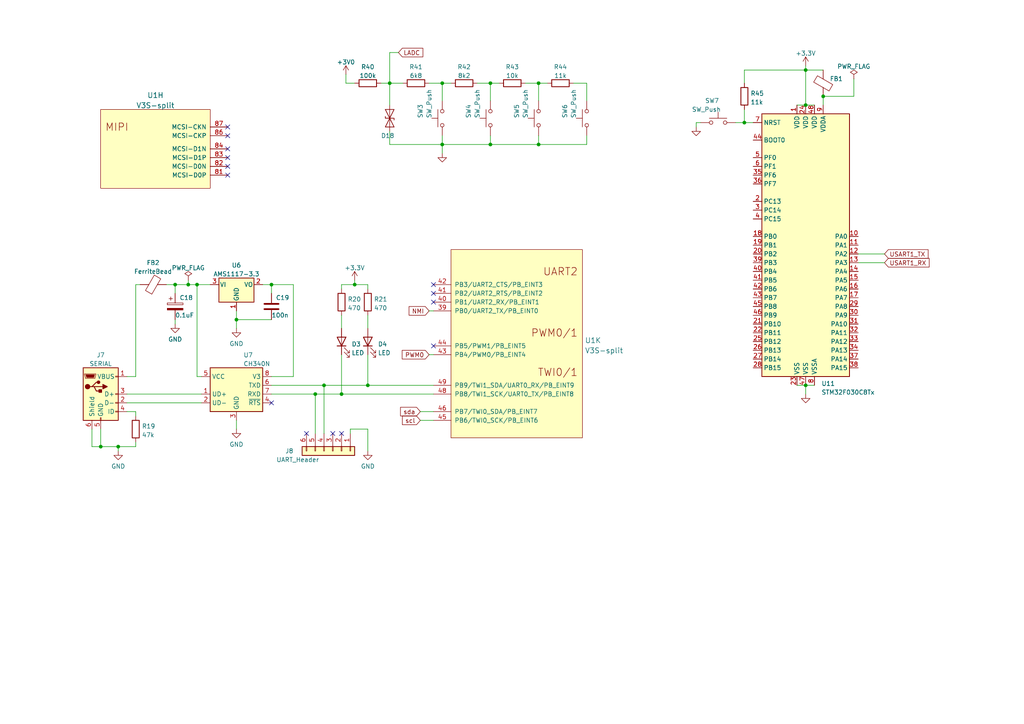
<source format=kicad_sch>
(kicad_sch (version 20211123) (generator eeschema)

  (uuid d82a06ec-2d96-497f-a2f5-0af7f54b6a9a)

  (paper "A4")

  (lib_symbols
    (symbol "Allwinner:V3S-split" (pin_names (offset 1.016)) (in_bom yes) (on_board yes)
      (property "Reference" "U1" (id 0) (at 12.7 67.31 0)
        (effects (font (size 1.4986 1.4986)))
      )
      (property "Value" "V3S-split" (id 1) (at -12.7 67.31 0)
        (effects (font (size 1.4986 1.4986)))
      )
      (property "Footprint" "Allwinner:V3s-ELQFP-128" (id 2) (at -2.54 -50.8 0)
        (effects (font (size 1.27 1.27)) hide)
      )
      (property "Datasheet" "" (id 3) (at 37.5513 76.0809 0)
        (effects (font (size 1.27 1.27)) hide)
      )
      (property "ki_locked" "" (id 4) (at 0 0 0)
        (effects (font (size 1.27 1.27)))
      )
      (symbol "V3S-split_1_0"
        (text "DRAM" (at -17.78 -5.08 0)
          (effects (font (size 2.159 2.159)) (justify left bottom))
        )
        (text "Power" (at -16.51 60.96 0)
          (effects (font (size 2.159 2.159)) (justify left bottom))
        )
        (pin power_in line (at 19.05 33.02 180) (length 5.08)
          (name "VCC-IO0" (effects (font (size 1.27 1.27))))
          (number "104" (effects (font (size 1.27 1.27))))
        )
        (pin power_in line (at 19.05 49.53 180) (length 5.08)
          (name "VDD-SYS1" (effects (font (size 1.27 1.27))))
          (number "108" (effects (font (size 1.27 1.27))))
        )
        (pin power_in line (at 19.05 6.35 180) (length 5.08)
          (name "VCC-PE0" (effects (font (size 1.27 1.27))))
          (number "12" (effects (font (size 1.27 1.27))))
        )
        (pin power_in line (at 19.05 46.99 180) (length 5.08)
          (name "VDD-SYS2" (effects (font (size 1.27 1.27))))
          (number "126" (effects (font (size 1.27 1.27))))
        )
        (pin power_in line (at 19.05 30.48 180) (length 5.08)
          (name "VCC-IO1" (effects (font (size 1.27 1.27))))
          (number "127" (effects (font (size 1.27 1.27))))
        )
        (pin power_in line (at 19.05 44.45 180) (length 5.08)
          (name "VDD-SYS3" (effects (font (size 1.27 1.27))))
          (number "19" (effects (font (size 1.27 1.27))))
        )
        (pin power_in line (at -22.86 49.53 0) (length 5.08)
          (name "VDD-CPU3" (effects (font (size 1.27 1.27))))
          (number "20" (effects (font (size 1.27 1.27))))
        )
        (pin power_in line (at -22.86 52.07 0) (length 5.08)
          (name "VDD-CPU2" (effects (font (size 1.27 1.27))))
          (number "21" (effects (font (size 1.27 1.27))))
        )
        (pin power_in line (at -22.86 54.61 0) (length 5.08)
          (name "VDD-CPU1" (effects (font (size 1.27 1.27))))
          (number "25" (effects (font (size 1.27 1.27))))
        )
        (pin power_in line (at -22.86 57.15 0) (length 5.08)
          (name "VDD-CPU0" (effects (font (size 1.27 1.27))))
          (number "26" (effects (font (size 1.27 1.27))))
        )
        (pin power_in line (at 19.05 3.81 180) (length 5.08)
          (name "VCC-PE1" (effects (font (size 1.27 1.27))))
          (number "29" (effects (font (size 1.27 1.27))))
        )
        (pin power_in line (at -22.86 46.99 0) (length 5.08)
          (name "VDD-CPU4" (effects (font (size 1.27 1.27))))
          (number "38" (effects (font (size 1.27 1.27))))
        )
        (pin power_in line (at -22.86 44.45 0) (length 5.08)
          (name "VDD-CPU5" (effects (font (size 1.27 1.27))))
          (number "47" (effects (font (size 1.27 1.27))))
        )
        (pin power_in line (at 19.05 25.4 180) (length 5.08)
          (name "VCC-IO3" (effects (font (size 1.27 1.27))))
          (number "50" (effects (font (size 1.27 1.27))))
        )
        (pin power_in line (at -22.86 41.91 0) (length 5.08)
          (name "VDD-CPU6" (effects (font (size 1.27 1.27))))
          (number "51" (effects (font (size 1.27 1.27))))
        )
        (pin power_in line (at -22.86 39.37 0) (length 5.08)
          (name "VDD-CPU7" (effects (font (size 1.27 1.27))))
          (number "56" (effects (font (size 1.27 1.27))))
        )
        (pin power_in line (at 19.05 27.94 180) (length 5.08)
          (name "VCC-IO2" (effects (font (size 1.27 1.27))))
          (number "57" (effects (font (size 1.27 1.27))))
        )
        (pin power_in line (at 19.05 41.91 180) (length 5.08)
          (name "VDD-SYS4" (effects (font (size 1.27 1.27))))
          (number "58" (effects (font (size 1.27 1.27))))
        )
        (pin power_in line (at 19.05 -34.29 180) (length 5.08)
          (name "VCC-DRAM8" (effects (font (size 1.27 1.27))))
          (number "59" (effects (font (size 1.27 1.27))))
        )
        (pin power_in line (at 19.05 -36.83 180) (length 5.08)
          (name "VCC-DRAM9" (effects (font (size 1.27 1.27))))
          (number "60" (effects (font (size 1.27 1.27))))
        )
        (pin power_in line (at 19.05 -39.37 180) (length 5.08)
          (name "VCC-DRAM10" (effects (font (size 1.27 1.27))))
          (number "61" (effects (font (size 1.27 1.27))))
        )
        (pin power_in line (at 19.05 -41.91 180) (length 5.08)
          (name "VCC-DRAM11" (effects (font (size 1.27 1.27))))
          (number "62" (effects (font (size 1.27 1.27))))
        )
        (pin passive line (at 19.05 15.24 180) (length 5.08)
          (name "SVREF1" (effects (font (size 1.27 1.27))))
          (number "63" (effects (font (size 1.27 1.27))))
        )
        (pin power_in line (at 19.05 39.37 180) (length 5.08)
          (name "VDD-SYS5" (effects (font (size 1.27 1.27))))
          (number "64" (effects (font (size 1.27 1.27))))
        )
        (pin power_in line (at 19.05 -29.21 180) (length 5.08)
          (name "VCC-DRAM0" (effects (font (size 1.27 1.27))))
          (number "65" (effects (font (size 1.27 1.27))))
        )
        (pin power_in line (at 19.05 -26.67 180) (length 5.08)
          (name "VCC-DRAM1" (effects (font (size 1.27 1.27))))
          (number "66" (effects (font (size 1.27 1.27))))
        )
        (pin power_in line (at 19.05 -24.13 180) (length 5.08)
          (name "VCC-DRAM2" (effects (font (size 1.27 1.27))))
          (number "67" (effects (font (size 1.27 1.27))))
        )
        (pin power_in line (at 19.05 -21.59 180) (length 5.08)
          (name "VCC-DRAM3" (effects (font (size 1.27 1.27))))
          (number "68" (effects (font (size 1.27 1.27))))
        )
        (pin power_in line (at 19.05 -19.05 180) (length 5.08)
          (name "VCC-DRAM4" (effects (font (size 1.27 1.27))))
          (number "69" (effects (font (size 1.27 1.27))))
        )
        (pin power_in line (at 19.05 -16.51 180) (length 5.08)
          (name "VCC-DRAM5" (effects (font (size 1.27 1.27))))
          (number "70" (effects (font (size 1.27 1.27))))
        )
        (pin passive line (at 19.05 -13.97 180) (length 5.08)
          (name "SVREF0" (effects (font (size 1.27 1.27))))
          (number "71" (effects (font (size 1.27 1.27))))
        )
        (pin power_in line (at 19.05 -11.43 180) (length 5.08)
          (name "VCC-DRAM6" (effects (font (size 1.27 1.27))))
          (number "72" (effects (font (size 1.27 1.27))))
        )
        (pin passive line (at 19.05 -8.89 180) (length 5.08)
          (name "SZQ" (effects (font (size 1.27 1.27))))
          (number "73" (effects (font (size 1.27 1.27))))
        )
        (pin power_in line (at 19.05 10.16 180) (length 5.08)
          (name "VCC-PLL" (effects (font (size 1.27 1.27))))
          (number "76" (effects (font (size 1.27 1.27))))
        )
        (pin power_in line (at 19.05 -31.75 180) (length 5.08)
          (name "VCC-DRAM7" (effects (font (size 1.27 1.27))))
          (number "79" (effects (font (size 1.27 1.27))))
        )
        (pin power_in line (at 19.05 52.07 180) (length 5.08)
          (name "VDD-SYS0" (effects (font (size 1.27 1.27))))
          (number "80" (effects (font (size 1.27 1.27))))
        )
        (pin input line (at 19.05 12.7 180) (length 5.08)
          (name "VCC-MCSI" (effects (font (size 1.27 1.27))))
          (number "85" (effects (font (size 1.27 1.27))))
        )
        (pin passive line (at -22.86 3.81 0) (length 5.08)
          (name "EPHY-VDD" (effects (font (size 1.27 1.27))))
          (number "88" (effects (font (size 1.27 1.27))))
        )
        (pin passive line (at -22.86 6.35 0) (length 5.08)
          (name "EPHY-VCC" (effects (font (size 1.27 1.27))))
          (number "93" (effects (font (size 1.27 1.27))))
        )
        (pin passive line (at 19.05 17.78 180) (length 5.08)
          (name "RTC-VIO" (effects (font (size 1.27 1.27))))
          (number "97" (effects (font (size 1.27 1.27))))
        )
        (pin power_in line (at 19.05 20.32 180) (length 5.08)
          (name "VCC-RTC" (effects (font (size 1.27 1.27))))
          (number "98" (effects (font (size 1.27 1.27))))
        )
        (pin input inverted (at 19.05 58.42 180) (length 5.08)
          (name "RESET" (effects (font (size 1.27 1.27))))
          (number "99" (effects (font (size 1.27 1.27))))
        )
        (pin power_in line (at -22.86 12.7 0) (length 5.08)
          (name "EGND" (effects (font (size 1.27 1.27))))
          (number "GND$1" (effects (font (size 0 0))))
        )
        (pin power_in line (at -22.86 15.24 0) (length 5.08)
          (name "EGND" (effects (font (size 1.27 1.27))))
          (number "GND$2" (effects (font (size 0 0))))
        )
        (pin power_in line (at -22.86 17.78 0) (length 5.08)
          (name "EGND" (effects (font (size 1.27 1.27))))
          (number "GND$3" (effects (font (size 0 0))))
        )
        (pin power_in line (at -22.86 20.32 0) (length 5.08)
          (name "EGND" (effects (font (size 1.27 1.27))))
          (number "GND$4" (effects (font (size 0 0))))
        )
        (pin power_in line (at -22.86 22.86 0) (length 5.08)
          (name "EGND" (effects (font (size 1.27 1.27))))
          (number "GND$5" (effects (font (size 0 0))))
        )
        (pin power_in line (at -22.86 25.4 0) (length 5.08)
          (name "EGND" (effects (font (size 1.27 1.27))))
          (number "GND$6" (effects (font (size 0 0))))
        )
        (pin power_in line (at -22.86 27.94 0) (length 5.08)
          (name "EGND" (effects (font (size 1.27 1.27))))
          (number "GND$7" (effects (font (size 0 0))))
        )
        (pin power_in line (at -22.86 30.48 0) (length 5.08)
          (name "EGND" (effects (font (size 1.27 1.27))))
          (number "GND$8" (effects (font (size 0 0))))
        )
        (pin power_in line (at -22.86 33.02 0) (length 5.08)
          (name "EGND" (effects (font (size 1.27 1.27))))
          (number "GND$9" (effects (font (size 0 0))))
        )
      )
      (symbol "V3S-split_1_1"
        (rectangle (start -17.78 66.04) (end 13.97 -45.72)
          (stroke (width 0.1524) (type default) (color 0 0 0 0))
          (fill (type background))
        )
      )
      (symbol "V3S-split_2_0"
        (text "SDC0/UART0" (at -16.51 55.88 0)
          (effects (font (size 2.159 2.159)) (justify left bottom))
        )
        (pin bidirectional line (at 19.05 31.75 180) (length 5.08)
          (name "PF6" (effects (font (size 1.27 1.27))))
          (number "100" (effects (font (size 1.27 1.27))))
        )
        (pin bidirectional line (at 19.05 46.99 180) (length 5.08)
          (name "PF5/SDC0_D2/JTAG_CK1" (effects (font (size 1.27 1.27))))
          (number "101" (effects (font (size 1.27 1.27))))
        )
        (pin bidirectional line (at 19.05 44.45 180) (length 5.08)
          (name "PF4/SDC0_D3/UART0_RX" (effects (font (size 1.27 1.27))))
          (number "102" (effects (font (size 1.27 1.27))))
        )
        (pin bidirectional line (at 19.05 39.37 180) (length 5.08)
          (name "PF3/SDC0_CMD/JTAG_DO1" (effects (font (size 1.27 1.27))))
          (number "103" (effects (font (size 1.27 1.27))))
        )
        (pin bidirectional line (at 19.05 36.83 180) (length 5.08)
          (name "PF2/SDC0_CLK/UART0_TX" (effects (font (size 1.27 1.27))))
          (number "105" (effects (font (size 1.27 1.27))))
        )
        (pin bidirectional line (at 19.05 52.07 180) (length 5.08)
          (name "PF1/SDC0_D0/JTAG_DI1" (effects (font (size 1.27 1.27))))
          (number "106" (effects (font (size 1.27 1.27))))
        )
        (pin bidirectional line (at 19.05 49.53 180) (length 5.08)
          (name "PF0/SDC0_D1/JTAG_MS1" (effects (font (size 1.27 1.27))))
          (number "107" (effects (font (size 1.27 1.27))))
        )
      )
      (symbol "V3S-split_2_1"
        (rectangle (start -17.78 64.77) (end 13.97 27.94)
          (stroke (width 0.1524) (type default) (color 0 0 0 0))
          (fill (type background))
        )
      )
      (symbol "V3S-split_3_0"
        (text "PG/SDC1" (at -10.16 58.42 0)
          (effects (font (size 2.159 2.159)) (justify left bottom))
        )
        (pin bidirectional line (at 19.05 44.45 180) (length 5.08)
          (name "PG4/SDC1_D2/PG_EINT4" (effects (font (size 1.27 1.27))))
          (number "1" (effects (font (size 1.27 1.27))))
        )
        (pin bidirectional line (at 19.05 41.91 180) (length 5.08)
          (name "PG5/SDC1_D3/PG_EINT5" (effects (font (size 1.27 1.27))))
          (number "128" (effects (font (size 1.27 1.27))))
        )
        (pin bidirectional line (at 19.05 46.99 180) (length 5.08)
          (name "PG3/SDC1_D1/PG_EINT3" (effects (font (size 1.27 1.27))))
          (number "2" (effects (font (size 1.27 1.27))))
        )
        (pin bidirectional line (at 19.05 49.53 180) (length 5.08)
          (name "PG2/SDC1_D0/PG_EINT2" (effects (font (size 1.27 1.27))))
          (number "3" (effects (font (size 1.27 1.27))))
        )
        (pin bidirectional line (at 19.05 52.07 180) (length 5.08)
          (name "PG1/SDC1_CMD/PG_EINT1" (effects (font (size 1.27 1.27))))
          (number "4" (effects (font (size 1.27 1.27))))
        )
        (pin bidirectional line (at 19.05 54.61 180) (length 5.08)
          (name "PG0/SDC1_CLK/PG_EINT0" (effects (font (size 1.27 1.27))))
          (number "5" (effects (font (size 1.27 1.27))))
        )
      )
      (symbol "V3S-split_3_1"
        (rectangle (start -17.78 64.77) (end 13.97 38.1)
          (stroke (width 0.1524) (type default) (color 0 0 0 0))
          (fill (type background))
        )
      )
      (symbol "V3S-split_4_0"
        (text "CODEC" (at -15.24 58.42 0)
          (effects (font (size 2.159 2.159)) (justify left bottom))
        )
        (pin passive line (at 20.32 31.75 180) (length 5.08)
          (name "LRADC0" (effects (font (size 1.27 1.27))))
          (number "112" (effects (font (size 1.27 1.27))))
        )
        (pin passive line (at 20.32 34.29 180) (length 5.08)
          (name "MICIN1P" (effects (font (size 1.27 1.27))))
          (number "113" (effects (font (size 1.27 1.27))))
        )
        (pin passive line (at 20.32 36.83 180) (length 5.08)
          (name "MICIN1N" (effects (font (size 1.27 1.27))))
          (number "114" (effects (font (size 1.27 1.27))))
        )
        (pin power_in line (at 20.32 25.4 180) (length 5.08)
          (name "AVCC" (effects (font (size 1.27 1.27))))
          (number "115" (effects (font (size 1.27 1.27))))
        )
        (pin power_in line (at 20.32 22.86 180) (length 5.08)
          (name "AGND" (effects (font (size 1.27 1.27))))
          (number "116" (effects (font (size 1.27 1.27))))
        )
        (pin power_out line (at 20.32 39.37 180) (length 5.08)
          (name "VRA1" (effects (font (size 1.27 1.27))))
          (number "117" (effects (font (size 1.27 1.27))))
        )
        (pin power_out line (at 20.32 41.91 180) (length 5.08)
          (name "VRA2" (effects (font (size 1.27 1.27))))
          (number "118" (effects (font (size 1.27 1.27))))
        )
        (pin passive line (at 20.32 44.45 180) (length 5.08)
          (name "HBIAS" (effects (font (size 1.27 1.27))))
          (number "119" (effects (font (size 1.27 1.27))))
        )
        (pin passive line (at 20.32 46.99 180) (length 5.08)
          (name "HPOUTR" (effects (font (size 1.27 1.27))))
          (number "120" (effects (font (size 1.27 1.27))))
        )
        (pin passive line (at 20.32 49.53 180) (length 5.08)
          (name "HPOUTL" (effects (font (size 1.27 1.27))))
          (number "121" (effects (font (size 1.27 1.27))))
        )
        (pin power_in line (at 20.32 52.07 180) (length 5.08)
          (name "HPVCCIN" (effects (font (size 1.27 1.27))))
          (number "122" (effects (font (size 1.27 1.27))))
        )
        (pin power_out line (at 20.32 54.61 180) (length 5.08)
          (name "HPVCCBP" (effects (font (size 1.27 1.27))))
          (number "123" (effects (font (size 1.27 1.27))))
        )
        (pin passive line (at 20.32 57.15 180) (length 5.08)
          (name "HPCOMFB" (effects (font (size 1.27 1.27))))
          (number "124" (effects (font (size 1.27 1.27))))
        )
        (pin passive line (at 20.32 59.69 180) (length 5.08)
          (name "HPCOM" (effects (font (size 1.27 1.27))))
          (number "125" (effects (font (size 1.27 1.27))))
        )
      )
      (symbol "V3S-split_4_1"
        (rectangle (start -17.78 64.77) (end 15.24 17.78)
          (stroke (width 0.1524) (type default) (color 0 0 0 0))
          (fill (type background))
        )
      )
      (symbol "V3S-split_5_0"
        (text "LCD/CSI" (at -19.05 58.42 0)
          (effects (font (size 2.159 2.159)) (justify left bottom))
        )
        (pin bidirectional line (at 21.59 -13.97 180) (length 5.08)
          (name "PE20/CSI_FIELD/CSI_MIPI_MCLK" (effects (font (size 1.27 1.27))))
          (number "10" (effects (font (size 1.27 1.27))))
        )
        (pin bidirectional line (at 21.59 -1.27 180) (length 5.08)
          (name "PE19/CSI_D15/LCD_D21" (effects (font (size 1.27 1.27))))
          (number "11" (effects (font (size 1.27 1.27))))
        )
        (pin bidirectional line (at 21.59 1.27 180) (length 5.08)
          (name "PE18/CSI_D14/LCD_D20" (effects (font (size 1.27 1.27))))
          (number "13" (effects (font (size 1.27 1.27))))
        )
        (pin bidirectional line (at 21.59 3.81 180) (length 5.08)
          (name "PE17/CSI_D13/LCD_D19" (effects (font (size 1.27 1.27))))
          (number "14" (effects (font (size 1.27 1.27))))
        )
        (pin bidirectional line (at 21.59 6.35 180) (length 5.08)
          (name "PE16/CSI_D12/LCD_D18" (effects (font (size 1.27 1.27))))
          (number "15" (effects (font (size 1.27 1.27))))
        )
        (pin bidirectional line (at 21.59 11.43 180) (length 5.08)
          (name "PE15/CSI_D11/LCD_D15" (effects (font (size 1.27 1.27))))
          (number "16" (effects (font (size 1.27 1.27))))
        )
        (pin bidirectional line (at 21.59 13.97 180) (length 5.08)
          (name "PE14/CSI_D10/LCD_D14" (effects (font (size 1.27 1.27))))
          (number "17" (effects (font (size 1.27 1.27))))
        )
        (pin bidirectional line (at 21.59 16.51 180) (length 5.08)
          (name "PE13/CSI_D9/LCD_D13" (effects (font (size 1.27 1.27))))
          (number "18" (effects (font (size 1.27 1.27))))
        )
        (pin bidirectional line (at 21.59 19.05 180) (length 5.08)
          (name "PE12/CSI_D8/LCD_D12" (effects (font (size 1.27 1.27))))
          (number "22" (effects (font (size 1.27 1.27))))
        )
        (pin bidirectional line (at 21.59 21.59 180) (length 5.08)
          (name "PE11/CSI_D7/LCD_D11" (effects (font (size 1.27 1.27))))
          (number "23" (effects (font (size 1.27 1.27))))
        )
        (pin bidirectional line (at 21.59 24.13 180) (length 5.08)
          (name "PE10/CSI_D6/LCD_D10" (effects (font (size 1.27 1.27))))
          (number "24" (effects (font (size 1.27 1.27))))
        )
        (pin bidirectional line (at 21.59 29.21 180) (length 5.08)
          (name "PE9/CSI_D5/LCD_D7" (effects (font (size 1.27 1.27))))
          (number "27" (effects (font (size 1.27 1.27))))
        )
        (pin bidirectional line (at 21.59 31.75 180) (length 5.08)
          (name "PE8/CSI_D4/LCD_D6" (effects (font (size 1.27 1.27))))
          (number "28" (effects (font (size 1.27 1.27))))
        )
        (pin bidirectional line (at 21.59 34.29 180) (length 5.08)
          (name "PE7/CSI_D3/LCD_D5" (effects (font (size 1.27 1.27))))
          (number "30" (effects (font (size 1.27 1.27))))
        )
        (pin bidirectional line (at 21.59 36.83 180) (length 5.08)
          (name "PE6/CSI_D2/LCD_D4" (effects (font (size 1.27 1.27))))
          (number "31" (effects (font (size 1.27 1.27))))
        )
        (pin bidirectional line (at 21.59 39.37 180) (length 5.08)
          (name "PE5/CSI_D1/LCD_D3" (effects (font (size 1.27 1.27))))
          (number "32" (effects (font (size 1.27 1.27))))
        )
        (pin passive line (at 21.59 41.91 180) (length 5.08)
          (name "PE4/CSI_D0/LCD_D2" (effects (font (size 1.27 1.27))))
          (number "33" (effects (font (size 1.27 1.27))))
        )
        (pin bidirectional line (at 21.59 54.61 180) (length 5.08)
          (name "PE3/CSI_VSYNC/LCD_VSYNC" (effects (font (size 1.27 1.27))))
          (number "34" (effects (font (size 1.27 1.27))))
        )
        (pin bidirectional line (at 21.59 52.07 180) (length 5.08)
          (name "PE2/CSI_HSYNC/LCD_HSYNC" (effects (font (size 1.27 1.27))))
          (number "35" (effects (font (size 1.27 1.27))))
        )
        (pin bidirectional line (at 21.59 49.53 180) (length 5.08)
          (name "PE1/CSI_MCLK/LCD_DE" (effects (font (size 1.27 1.27))))
          (number "36" (effects (font (size 1.27 1.27))))
        )
        (pin bidirectional line (at 21.59 46.99 180) (length 5.08)
          (name "PE0/CSI_PCLK-/LCD_CLK" (effects (font (size 1.27 1.27))))
          (number "37" (effects (font (size 1.27 1.27))))
        )
        (pin bidirectional line (at 21.59 -6.35 180) (length 5.08)
          (name "PE24/LCD_D23" (effects (font (size 1.27 1.27))))
          (number "6" (effects (font (size 1.27 1.27))))
        )
        (pin bidirectional line (at 21.59 -3.81 180) (length 5.08)
          (name "PE23/LCD_D22" (effects (font (size 1.27 1.27))))
          (number "7" (effects (font (size 1.27 1.27))))
        )
        (pin bidirectional line (at 21.59 -19.05 180) (length 5.08)
          (name "PE22/CSI_SDA/TWI1_SDA/UART1_RX" (effects (font (size 1.27 1.27))))
          (number "8" (effects (font (size 1.27 1.27))))
        )
        (pin bidirectional line (at 21.59 -16.51 180) (length 5.08)
          (name "PE21/CSI_SCK/TWI1_SCK/UART1_TX" (effects (font (size 1.27 1.27))))
          (number "9" (effects (font (size 1.27 1.27))))
        )
      )
      (symbol "V3S-split_5_1"
        (rectangle (start -21.59 64.77) (end 16.51 -24.13)
          (stroke (width 0.1524) (type default) (color 0 0 0 0))
          (fill (type background))
        )
      )
      (symbol "V3S-split_6_0"
        (text "USB" (at -16.51 58.42 0)
          (effects (font (size 2.159 2.159)) (justify left bottom))
        )
        (pin power_in line (at 19.05 53.34 180) (length 5.08)
          (name "VCC-USB" (effects (font (size 1.27 1.27))))
          (number "109" (effects (font (size 1.27 1.27))))
        )
        (pin passive line (at 19.05 55.88 180) (length 5.08)
          (name "USB-DM" (effects (font (size 1.27 1.27))))
          (number "110" (effects (font (size 1.27 1.27))))
        )
        (pin passive line (at 19.05 58.42 180) (length 5.08)
          (name "USB-DP" (effects (font (size 1.27 1.27))))
          (number "111" (effects (font (size 1.27 1.27))))
        )
      )
      (symbol "V3S-split_6_1"
        (rectangle (start -17.78 64.77) (end 13.97 48.26)
          (stroke (width 0.1524) (type default) (color 0 0 0 0))
          (fill (type background))
        )
      )
      (symbol "V3S-split_7_0"
        (text "RTC" (at -16.51 58.42 0)
          (effects (font (size 2.159 2.159)) (justify left bottom))
        )
        (pin passive line (at 19.05 57.15 180) (length 5.08)
          (name "X32KOUT" (effects (font (size 1.27 1.27))))
          (number "95" (effects (font (size 1.27 1.27))))
        )
        (pin passive line (at 19.05 59.69 180) (length 5.08)
          (name "X32KIN" (effects (font (size 1.27 1.27))))
          (number "96" (effects (font (size 1.27 1.27))))
        )
      )
      (symbol "V3S-split_7_1"
        (rectangle (start -17.78 64.77) (end 13.97 53.34)
          (stroke (width 0.1524) (type default) (color 0 0 0 0))
          (fill (type background))
        )
      )
      (symbol "V3S-split_8_0"
        (rectangle (start -17.78 64.77) (end 13.97 41.91)
          (stroke (width 0.1524) (type default) (color 0 0 0 0))
          (fill (type background))
        )
        (text "MIPI" (at -16.51 58.42 0)
          (effects (font (size 2.159 2.159)) (justify left bottom))
        )
        (pin input line (at 19.05 45.72 180) (length 5.08)
          (name "MCSI-D0P" (effects (font (size 1.27 1.27))))
          (number "81" (effects (font (size 1.27 1.27))))
        )
        (pin input line (at 19.05 48.26 180) (length 5.08)
          (name "MCSI-D0N" (effects (font (size 1.27 1.27))))
          (number "82" (effects (font (size 1.27 1.27))))
        )
        (pin input line (at 19.05 50.8 180) (length 5.08)
          (name "MCSI-D1P" (effects (font (size 1.27 1.27))))
          (number "83" (effects (font (size 1.27 1.27))))
        )
        (pin input line (at 19.05 53.34 180) (length 5.08)
          (name "MCSI-D1N" (effects (font (size 1.27 1.27))))
          (number "84" (effects (font (size 1.27 1.27))))
        )
        (pin output line (at 19.05 57.15 180) (length 5.08)
          (name "MCSI-CKP" (effects (font (size 1.27 1.27))))
          (number "86" (effects (font (size 1.27 1.27))))
        )
        (pin output line (at 19.05 59.69 180) (length 5.08)
          (name "MCSI-CKN" (effects (font (size 1.27 1.27))))
          (number "87" (effects (font (size 1.27 1.27))))
        )
      )
      (symbol "V3S-split_9_0"
        (rectangle (start -17.78 64.77) (end 13.97 44.45)
          (stroke (width 0.1524) (type default) (color 0 0 0 0))
          (fill (type background))
        )
        (text "SPI" (at -15.24 58.42 0)
          (effects (font (size 2.159 2.159)) (justify left bottom))
        )
        (pin bidirectional line (at 19.05 48.26 180) (length 5.08)
          (name "PC0/SDC2_CLK/SPI_MISO" (effects (font (size 1.27 1.27))))
          (number "52" (effects (font (size 1.27 1.27))))
        )
        (pin bidirectional line (at 19.05 50.8 180) (length 5.08)
          (name "PC1/SDC2_CMD/SPI_CLK" (effects (font (size 1.27 1.27))))
          (number "53" (effects (font (size 1.27 1.27))))
        )
        (pin bidirectional line (at 19.05 53.34 180) (length 5.08)
          (name "PC2/SDC2_RST/SPI_CS" (effects (font (size 1.27 1.27))))
          (number "54" (effects (font (size 1.27 1.27))))
        )
        (pin bidirectional line (at 19.05 55.88 180) (length 5.08)
          (name "PC3/SDC2_D0/SPI_MOSI" (effects (font (size 1.27 1.27))))
          (number "55" (effects (font (size 1.27 1.27))))
        )
      )
      (symbol "V3S-split_10_0"
        (rectangle (start -17.78 64.77) (end 13.97 53.34)
          (stroke (width 0.1524) (type default) (color 0 0 0 0))
          (fill (type background))
        )
        (text "SYSCLK" (at -16.51 59.69 0)
          (effects (font (size 2.159 2.159)) (justify left bottom))
        )
        (pin passive line (at 19.05 55.88 180) (length 5.08)
          (name "X24MOUT" (effects (font (size 1.27 1.27))))
          (number "74" (effects (font (size 1.27 1.27))))
        )
        (pin passive line (at 19.05 58.42 180) (length 5.08)
          (name "X24MIN" (effects (font (size 1.27 1.27))))
          (number "75" (effects (font (size 1.27 1.27))))
        )
      )
      (symbol "V3S-split_11_0"
        (rectangle (start -22.86 64.77) (end 15.24 10.16)
          (stroke (width 0.1524) (type default) (color 0 0 0 0))
          (fill (type background))
        )
        (text "PWM0/1" (at -21.59 39.37 0)
          (effects (font (size 2.159 2.159)) (justify left bottom))
        )
        (text "TWI0/1" (at -21.59 27.94 0)
          (effects (font (size 2.159 2.159)) (justify left bottom))
        )
        (text "UART2" (at -21.59 57.15 0)
          (effects (font (size 2.159 2.159)) (justify left bottom))
        )
        (pin bidirectional line (at 20.32 46.99 180) (length 5.08)
          (name "PB0/UART2_TX/PB_EINT0" (effects (font (size 1.27 1.27))))
          (number "39" (effects (font (size 1.27 1.27))))
        )
        (pin bidirectional line (at 20.32 49.53 180) (length 5.08)
          (name "PB1/UART2_RX/PB_EINT1" (effects (font (size 1.27 1.27))))
          (number "40" (effects (font (size 1.27 1.27))))
        )
        (pin bidirectional line (at 20.32 52.07 180) (length 5.08)
          (name "PB2/UART2_RTS/PB_EINT2" (effects (font (size 1.27 1.27))))
          (number "41" (effects (font (size 1.27 1.27))))
        )
        (pin bidirectional line (at 20.32 54.61 180) (length 5.08)
          (name "PB3/UART2_CTS/PB_EINT3" (effects (font (size 1.27 1.27))))
          (number "42" (effects (font (size 1.27 1.27))))
        )
        (pin bidirectional line (at 20.32 34.29 180) (length 5.08)
          (name "PB4/PWM0/PB_EINT4" (effects (font (size 1.27 1.27))))
          (number "43" (effects (font (size 1.27 1.27))))
        )
        (pin bidirectional line (at 20.32 36.83 180) (length 5.08)
          (name "PB5/PWM1/PB_EINT5" (effects (font (size 1.27 1.27))))
          (number "44" (effects (font (size 1.27 1.27))))
        )
        (pin bidirectional line (at 20.32 15.24 180) (length 5.08)
          (name "PB6/TWI0_SCK/PB_EINT6" (effects (font (size 1.27 1.27))))
          (number "45" (effects (font (size 1.27 1.27))))
        )
        (pin bidirectional line (at 20.32 17.78 180) (length 5.08)
          (name "PB7/TWI0_SDA/PB_EINT7" (effects (font (size 1.27 1.27))))
          (number "46" (effects (font (size 1.27 1.27))))
        )
        (pin bidirectional line (at 20.32 22.86 180) (length 5.08)
          (name "PB8/TWI1_SCK/UART0_TX/PB_EINT8" (effects (font (size 1.27 1.27))))
          (number "48" (effects (font (size 1.27 1.27))))
        )
        (pin bidirectional line (at 20.32 25.4 180) (length 5.08)
          (name "PB9/TWI1_SDA/UART0_RX/PB_EINT9" (effects (font (size 1.27 1.27))))
          (number "49" (effects (font (size 1.27 1.27))))
        )
      )
      (symbol "V3S-split_12_0"
        (rectangle (start -17.78 64.77) (end 13.97 36.83)
          (stroke (width 0.1524) (type default) (color 0 0 0 0))
          (fill (type background))
        )
        (text "EPHY" (at -15.24 59.69 0)
          (effects (font (size 2.159 2.159)) (justify left bottom))
        )
        (pin passive line (at 19.05 40.64 180) (length 5.08)
          (name "EPHY-LINK-LED" (effects (font (size 1.27 1.27))))
          (number "77" (effects (font (size 1.27 1.27))))
        )
        (pin passive line (at 19.05 43.18 180) (length 5.08)
          (name "EPHY-SPD-LED" (effects (font (size 1.27 1.27))))
          (number "78" (effects (font (size 1.27 1.27))))
        )
        (pin passive line (at 19.05 48.26 180) (length 5.08)
          (name "EPHY-RXN" (effects (font (size 1.27 1.27))))
          (number "89" (effects (font (size 1.27 1.27))))
        )
        (pin passive line (at 19.05 50.8 180) (length 5.08)
          (name "EPHY-RXP" (effects (font (size 1.27 1.27))))
          (number "90" (effects (font (size 1.27 1.27))))
        )
        (pin passive line (at 19.05 53.34 180) (length 5.08)
          (name "EPHY-TXN" (effects (font (size 1.27 1.27))))
          (number "91" (effects (font (size 1.27 1.27))))
        )
        (pin passive line (at 19.05 55.88 180) (length 5.08)
          (name "EPHY-TXP" (effects (font (size 1.27 1.27))))
          (number "92" (effects (font (size 1.27 1.27))))
        )
        (pin passive line (at 19.05 58.42 180) (length 5.08)
          (name "EPHY-RTX" (effects (font (size 1.27 1.27))))
          (number "94" (effects (font (size 1.27 1.27))))
        )
      )
    )
    (symbol "Connector:USB_B_Micro" (pin_names (offset 1.016)) (in_bom yes) (on_board yes)
      (property "Reference" "J7" (id 0) (at 0 11.3198 0)
        (effects (font (size 1.27 1.27)))
      )
      (property "Value" "SERIAL" (id 1) (at 0 8.7829 0)
        (effects (font (size 1.27 1.27)))
      )
      (property "Footprint" "Connector_USB:USB_Micro-B_Molex-105017-0001" (id 2) (at 3.81 -1.27 0)
        (effects (font (size 1.27 1.27)) hide)
      )
      (property "Datasheet" "~" (id 3) (at 3.81 -1.27 0)
        (effects (font (size 1.27 1.27)) hide)
      )
      (property "LCSC" "C132350" (id 4) (at 0 0 0)
        (effects (font (size 1.27 1.27)) hide)
      )
      (property "ki_keywords" "connector USB micro" (id 5) (at 0 0 0)
        (effects (font (size 1.27 1.27)) hide)
      )
      (property "ki_description" "USB Micro Type B connector" (id 6) (at 0 0 0)
        (effects (font (size 1.27 1.27)) hide)
      )
      (property "ki_fp_filters" "USB*" (id 7) (at 0 0 0)
        (effects (font (size 1.27 1.27)) hide)
      )
      (symbol "USB_B_Micro_0_1"
        (rectangle (start -5.08 -7.62) (end 5.08 7.62)
          (stroke (width 0.254) (type default) (color 0 0 0 0))
          (fill (type background))
        )
        (circle (center -3.81 2.159) (radius 0.635)
          (stroke (width 0.254) (type default) (color 0 0 0 0))
          (fill (type outline))
        )
        (circle (center -0.635 3.429) (radius 0.381)
          (stroke (width 0.254) (type default) (color 0 0 0 0))
          (fill (type outline))
        )
        (rectangle (start -0.127 -7.62) (end 0.127 -6.858)
          (stroke (width 0) (type default) (color 0 0 0 0))
          (fill (type none))
        )
        (polyline
          (pts
            (xy -1.905 2.159)
            (xy 0.635 2.159)
          )
          (stroke (width 0.254) (type default) (color 0 0 0 0))
          (fill (type none))
        )
        (polyline
          (pts
            (xy -3.175 2.159)
            (xy -2.54 2.159)
            (xy -1.27 3.429)
            (xy -0.635 3.429)
          )
          (stroke (width 0.254) (type default) (color 0 0 0 0))
          (fill (type none))
        )
        (polyline
          (pts
            (xy -2.54 2.159)
            (xy -1.905 2.159)
            (xy -1.27 0.889)
            (xy 0 0.889)
          )
          (stroke (width 0.254) (type default) (color 0 0 0 0))
          (fill (type none))
        )
        (polyline
          (pts
            (xy 0.635 2.794)
            (xy 0.635 1.524)
            (xy 1.905 2.159)
            (xy 0.635 2.794)
          )
          (stroke (width 0.254) (type default) (color 0 0 0 0))
          (fill (type outline))
        )
        (polyline
          (pts
            (xy -4.318 5.588)
            (xy -1.778 5.588)
            (xy -2.032 4.826)
            (xy -4.064 4.826)
            (xy -4.318 5.588)
          )
          (stroke (width 0) (type default) (color 0 0 0 0))
          (fill (type outline))
        )
        (polyline
          (pts
            (xy -4.699 5.842)
            (xy -4.699 5.588)
            (xy -4.445 4.826)
            (xy -4.445 4.572)
            (xy -1.651 4.572)
            (xy -1.651 4.826)
            (xy -1.397 5.588)
            (xy -1.397 5.842)
            (xy -4.699 5.842)
          )
          (stroke (width 0) (type default) (color 0 0 0 0))
          (fill (type none))
        )
        (rectangle (start 0.254 1.27) (end -0.508 0.508)
          (stroke (width 0.254) (type default) (color 0 0 0 0))
          (fill (type outline))
        )
        (rectangle (start 5.08 -5.207) (end 4.318 -4.953)
          (stroke (width 0) (type default) (color 0 0 0 0))
          (fill (type none))
        )
        (rectangle (start 5.08 -2.667) (end 4.318 -2.413)
          (stroke (width 0) (type default) (color 0 0 0 0))
          (fill (type none))
        )
        (rectangle (start 5.08 -0.127) (end 4.318 0.127)
          (stroke (width 0) (type default) (color 0 0 0 0))
          (fill (type none))
        )
        (rectangle (start 5.08 4.953) (end 4.318 5.207)
          (stroke (width 0) (type default) (color 0 0 0 0))
          (fill (type none))
        )
      )
      (symbol "USB_B_Micro_1_1"
        (pin power_out line (at 7.62 5.08 180) (length 2.54)
          (name "VBUS" (effects (font (size 1.27 1.27))))
          (number "1" (effects (font (size 1.27 1.27))))
        )
        (pin bidirectional line (at 7.62 -2.54 180) (length 2.54)
          (name "D-" (effects (font (size 1.27 1.27))))
          (number "2" (effects (font (size 1.27 1.27))))
        )
        (pin bidirectional line (at 7.62 0 180) (length 2.54)
          (name "D+" (effects (font (size 1.27 1.27))))
          (number "3" (effects (font (size 1.27 1.27))))
        )
        (pin passive line (at 7.62 -5.08 180) (length 2.54)
          (name "ID" (effects (font (size 1.27 1.27))))
          (number "4" (effects (font (size 1.27 1.27))))
        )
        (pin passive line (at 0 -10.16 90) (length 2.54)
          (name "GND" (effects (font (size 1.27 1.27))))
          (number "5" (effects (font (size 1.27 1.27))))
        )
        (pin passive line (at -2.54 -10.16 90) (length 2.54)
          (name "Shield" (effects (font (size 1.27 1.27))))
          (number "6" (effects (font (size 1.27 1.27))))
        )
      )
    )
    (symbol "Connector_Generic:Conn_01x06" (pin_names (offset 1.016) hide) (in_bom yes) (on_board yes)
      (property "Reference" "J" (id 0) (at 0 7.62 0)
        (effects (font (size 1.27 1.27)))
      )
      (property "Value" "Conn_01x06" (id 1) (at 0 -10.16 0)
        (effects (font (size 1.27 1.27)))
      )
      (property "Footprint" "" (id 2) (at 0 0 0)
        (effects (font (size 1.27 1.27)) hide)
      )
      (property "Datasheet" "~" (id 3) (at 0 0 0)
        (effects (font (size 1.27 1.27)) hide)
      )
      (property "ki_keywords" "connector" (id 4) (at 0 0 0)
        (effects (font (size 1.27 1.27)) hide)
      )
      (property "ki_description" "Generic connector, single row, 01x06, script generated (kicad-library-utils/schlib/autogen/connector/)" (id 5) (at 0 0 0)
        (effects (font (size 1.27 1.27)) hide)
      )
      (property "ki_fp_filters" "Connector*:*_1x??_*" (id 6) (at 0 0 0)
        (effects (font (size 1.27 1.27)) hide)
      )
      (symbol "Conn_01x06_1_1"
        (rectangle (start -1.27 -7.493) (end 0 -7.747)
          (stroke (width 0.1524) (type default) (color 0 0 0 0))
          (fill (type none))
        )
        (rectangle (start -1.27 -4.953) (end 0 -5.207)
          (stroke (width 0.1524) (type default) (color 0 0 0 0))
          (fill (type none))
        )
        (rectangle (start -1.27 -2.413) (end 0 -2.667)
          (stroke (width 0.1524) (type default) (color 0 0 0 0))
          (fill (type none))
        )
        (rectangle (start -1.27 0.127) (end 0 -0.127)
          (stroke (width 0.1524) (type default) (color 0 0 0 0))
          (fill (type none))
        )
        (rectangle (start -1.27 2.667) (end 0 2.413)
          (stroke (width 0.1524) (type default) (color 0 0 0 0))
          (fill (type none))
        )
        (rectangle (start -1.27 5.207) (end 0 4.953)
          (stroke (width 0.1524) (type default) (color 0 0 0 0))
          (fill (type none))
        )
        (rectangle (start -1.27 6.35) (end 1.27 -8.89)
          (stroke (width 0.254) (type default) (color 0 0 0 0))
          (fill (type background))
        )
        (pin passive line (at -5.08 5.08 0) (length 3.81)
          (name "Pin_1" (effects (font (size 1.27 1.27))))
          (number "1" (effects (font (size 1.27 1.27))))
        )
        (pin passive line (at -5.08 2.54 0) (length 3.81)
          (name "Pin_2" (effects (font (size 1.27 1.27))))
          (number "2" (effects (font (size 1.27 1.27))))
        )
        (pin passive line (at -5.08 0 0) (length 3.81)
          (name "Pin_3" (effects (font (size 1.27 1.27))))
          (number "3" (effects (font (size 1.27 1.27))))
        )
        (pin passive line (at -5.08 -2.54 0) (length 3.81)
          (name "Pin_4" (effects (font (size 1.27 1.27))))
          (number "4" (effects (font (size 1.27 1.27))))
        )
        (pin passive line (at -5.08 -5.08 0) (length 3.81)
          (name "Pin_5" (effects (font (size 1.27 1.27))))
          (number "5" (effects (font (size 1.27 1.27))))
        )
        (pin passive line (at -5.08 -7.62 0) (length 3.81)
          (name "Pin_6" (effects (font (size 1.27 1.27))))
          (number "6" (effects (font (size 1.27 1.27))))
        )
      )
    )
    (symbol "Device:C" (pin_numbers hide) (pin_names (offset 0.254)) (in_bom yes) (on_board yes)
      (property "Reference" "C" (id 0) (at 0.635 2.54 0)
        (effects (font (size 1.27 1.27)) (justify left))
      )
      (property "Value" "C" (id 1) (at 0.635 -2.54 0)
        (effects (font (size 1.27 1.27)) (justify left))
      )
      (property "Footprint" "" (id 2) (at 0.9652 -3.81 0)
        (effects (font (size 1.27 1.27)) hide)
      )
      (property "Datasheet" "~" (id 3) (at 0 0 0)
        (effects (font (size 1.27 1.27)) hide)
      )
      (property "ki_keywords" "cap capacitor" (id 4) (at 0 0 0)
        (effects (font (size 1.27 1.27)) hide)
      )
      (property "ki_description" "Unpolarized capacitor" (id 5) (at 0 0 0)
        (effects (font (size 1.27 1.27)) hide)
      )
      (property "ki_fp_filters" "C_*" (id 6) (at 0 0 0)
        (effects (font (size 1.27 1.27)) hide)
      )
      (symbol "C_0_1"
        (polyline
          (pts
            (xy -2.032 -0.762)
            (xy 2.032 -0.762)
          )
          (stroke (width 0.508) (type default) (color 0 0 0 0))
          (fill (type none))
        )
        (polyline
          (pts
            (xy -2.032 0.762)
            (xy 2.032 0.762)
          )
          (stroke (width 0.508) (type default) (color 0 0 0 0))
          (fill (type none))
        )
      )
      (symbol "C_1_1"
        (pin passive line (at 0 3.81 270) (length 2.794)
          (name "~" (effects (font (size 1.27 1.27))))
          (number "1" (effects (font (size 1.27 1.27))))
        )
        (pin passive line (at 0 -3.81 90) (length 2.794)
          (name "~" (effects (font (size 1.27 1.27))))
          (number "2" (effects (font (size 1.27 1.27))))
        )
      )
    )
    (symbol "Device:C_Polarized" (pin_numbers hide) (pin_names (offset 0.254)) (in_bom yes) (on_board yes)
      (property "Reference" "C" (id 0) (at 0.635 2.54 0)
        (effects (font (size 1.27 1.27)) (justify left))
      )
      (property "Value" "C_Polarized" (id 1) (at 0.635 -2.54 0)
        (effects (font (size 1.27 1.27)) (justify left))
      )
      (property "Footprint" "" (id 2) (at 0.9652 -3.81 0)
        (effects (font (size 1.27 1.27)) hide)
      )
      (property "Datasheet" "~" (id 3) (at 0 0 0)
        (effects (font (size 1.27 1.27)) hide)
      )
      (property "ki_keywords" "cap capacitor" (id 4) (at 0 0 0)
        (effects (font (size 1.27 1.27)) hide)
      )
      (property "ki_description" "Polarized capacitor" (id 5) (at 0 0 0)
        (effects (font (size 1.27 1.27)) hide)
      )
      (property "ki_fp_filters" "CP_*" (id 6) (at 0 0 0)
        (effects (font (size 1.27 1.27)) hide)
      )
      (symbol "C_Polarized_0_1"
        (rectangle (start -2.286 0.508) (end 2.286 1.016)
          (stroke (width 0) (type default) (color 0 0 0 0))
          (fill (type none))
        )
        (polyline
          (pts
            (xy -1.778 2.286)
            (xy -0.762 2.286)
          )
          (stroke (width 0) (type default) (color 0 0 0 0))
          (fill (type none))
        )
        (polyline
          (pts
            (xy -1.27 2.794)
            (xy -1.27 1.778)
          )
          (stroke (width 0) (type default) (color 0 0 0 0))
          (fill (type none))
        )
        (rectangle (start 2.286 -0.508) (end -2.286 -1.016)
          (stroke (width 0) (type default) (color 0 0 0 0))
          (fill (type outline))
        )
      )
      (symbol "C_Polarized_1_1"
        (pin passive line (at 0 3.81 270) (length 2.794)
          (name "~" (effects (font (size 1.27 1.27))))
          (number "1" (effects (font (size 1.27 1.27))))
        )
        (pin passive line (at 0 -3.81 90) (length 2.794)
          (name "~" (effects (font (size 1.27 1.27))))
          (number "2" (effects (font (size 1.27 1.27))))
        )
      )
    )
    (symbol "Device:FerriteBead" (pin_numbers hide) (pin_names (offset 0)) (in_bom yes) (on_board yes)
      (property "Reference" "FB" (id 0) (at -3.81 0.635 90)
        (effects (font (size 1.27 1.27)))
      )
      (property "Value" "FerriteBead" (id 1) (at 3.81 0 90)
        (effects (font (size 1.27 1.27)))
      )
      (property "Footprint" "" (id 2) (at -1.778 0 90)
        (effects (font (size 1.27 1.27)) hide)
      )
      (property "Datasheet" "~" (id 3) (at 0 0 0)
        (effects (font (size 1.27 1.27)) hide)
      )
      (property "ki_keywords" "L ferrite bead inductor filter" (id 4) (at 0 0 0)
        (effects (font (size 1.27 1.27)) hide)
      )
      (property "ki_description" "Ferrite bead" (id 5) (at 0 0 0)
        (effects (font (size 1.27 1.27)) hide)
      )
      (property "ki_fp_filters" "Inductor_* L_* *Ferrite*" (id 6) (at 0 0 0)
        (effects (font (size 1.27 1.27)) hide)
      )
      (symbol "FerriteBead_0_1"
        (polyline
          (pts
            (xy 0 -1.27)
            (xy 0 -1.2192)
          )
          (stroke (width 0) (type default) (color 0 0 0 0))
          (fill (type none))
        )
        (polyline
          (pts
            (xy 0 1.27)
            (xy 0 1.2954)
          )
          (stroke (width 0) (type default) (color 0 0 0 0))
          (fill (type none))
        )
        (polyline
          (pts
            (xy -2.7686 0.4064)
            (xy -1.7018 2.2606)
            (xy 2.7686 -0.3048)
            (xy 1.6764 -2.159)
            (xy -2.7686 0.4064)
          )
          (stroke (width 0) (type default) (color 0 0 0 0))
          (fill (type none))
        )
      )
      (symbol "FerriteBead_1_1"
        (pin passive line (at 0 3.81 270) (length 2.54)
          (name "~" (effects (font (size 1.27 1.27))))
          (number "1" (effects (font (size 1.27 1.27))))
        )
        (pin passive line (at 0 -3.81 90) (length 2.54)
          (name "~" (effects (font (size 1.27 1.27))))
          (number "2" (effects (font (size 1.27 1.27))))
        )
      )
    )
    (symbol "Device:LED" (pin_numbers hide) (pin_names (offset 1.016) hide) (in_bom yes) (on_board yes)
      (property "Reference" "D" (id 0) (at 0 2.54 0)
        (effects (font (size 1.27 1.27)))
      )
      (property "Value" "LED" (id 1) (at 0 -2.54 0)
        (effects (font (size 1.27 1.27)))
      )
      (property "Footprint" "" (id 2) (at 0 0 0)
        (effects (font (size 1.27 1.27)) hide)
      )
      (property "Datasheet" "~" (id 3) (at 0 0 0)
        (effects (font (size 1.27 1.27)) hide)
      )
      (property "ki_keywords" "LED diode" (id 4) (at 0 0 0)
        (effects (font (size 1.27 1.27)) hide)
      )
      (property "ki_description" "Light emitting diode" (id 5) (at 0 0 0)
        (effects (font (size 1.27 1.27)) hide)
      )
      (property "ki_fp_filters" "LED* LED_SMD:* LED_THT:*" (id 6) (at 0 0 0)
        (effects (font (size 1.27 1.27)) hide)
      )
      (symbol "LED_0_1"
        (polyline
          (pts
            (xy -1.27 -1.27)
            (xy -1.27 1.27)
          )
          (stroke (width 0.254) (type default) (color 0 0 0 0))
          (fill (type none))
        )
        (polyline
          (pts
            (xy -1.27 0)
            (xy 1.27 0)
          )
          (stroke (width 0) (type default) (color 0 0 0 0))
          (fill (type none))
        )
        (polyline
          (pts
            (xy 1.27 -1.27)
            (xy 1.27 1.27)
            (xy -1.27 0)
            (xy 1.27 -1.27)
          )
          (stroke (width 0.254) (type default) (color 0 0 0 0))
          (fill (type none))
        )
        (polyline
          (pts
            (xy -3.048 -0.762)
            (xy -4.572 -2.286)
            (xy -3.81 -2.286)
            (xy -4.572 -2.286)
            (xy -4.572 -1.524)
          )
          (stroke (width 0) (type default) (color 0 0 0 0))
          (fill (type none))
        )
        (polyline
          (pts
            (xy -1.778 -0.762)
            (xy -3.302 -2.286)
            (xy -2.54 -2.286)
            (xy -3.302 -2.286)
            (xy -3.302 -1.524)
          )
          (stroke (width 0) (type default) (color 0 0 0 0))
          (fill (type none))
        )
      )
      (symbol "LED_1_1"
        (pin passive line (at -3.81 0 0) (length 2.54)
          (name "K" (effects (font (size 1.27 1.27))))
          (number "1" (effects (font (size 1.27 1.27))))
        )
        (pin passive line (at 3.81 0 180) (length 2.54)
          (name "A" (effects (font (size 1.27 1.27))))
          (number "2" (effects (font (size 1.27 1.27))))
        )
      )
    )
    (symbol "Device:R" (pin_numbers hide) (pin_names (offset 0)) (in_bom yes) (on_board yes)
      (property "Reference" "R" (id 0) (at 2.032 0 90)
        (effects (font (size 1.27 1.27)))
      )
      (property "Value" "R" (id 1) (at 0 0 90)
        (effects (font (size 1.27 1.27)))
      )
      (property "Footprint" "" (id 2) (at -1.778 0 90)
        (effects (font (size 1.27 1.27)) hide)
      )
      (property "Datasheet" "~" (id 3) (at 0 0 0)
        (effects (font (size 1.27 1.27)) hide)
      )
      (property "ki_keywords" "R res resistor" (id 4) (at 0 0 0)
        (effects (font (size 1.27 1.27)) hide)
      )
      (property "ki_description" "Resistor" (id 5) (at 0 0 0)
        (effects (font (size 1.27 1.27)) hide)
      )
      (property "ki_fp_filters" "R_*" (id 6) (at 0 0 0)
        (effects (font (size 1.27 1.27)) hide)
      )
      (symbol "R_0_1"
        (rectangle (start -1.016 -2.54) (end 1.016 2.54)
          (stroke (width 0.254) (type default) (color 0 0 0 0))
          (fill (type none))
        )
      )
      (symbol "R_1_1"
        (pin passive line (at 0 3.81 270) (length 1.27)
          (name "~" (effects (font (size 1.27 1.27))))
          (number "1" (effects (font (size 1.27 1.27))))
        )
        (pin passive line (at 0 -3.81 90) (length 1.27)
          (name "~" (effects (font (size 1.27 1.27))))
          (number "2" (effects (font (size 1.27 1.27))))
        )
      )
    )
    (symbol "Diode:ESD9B3.3ST5G" (pin_numbers hide) (pin_names (offset 1.016) hide) (in_bom yes) (on_board yes)
      (property "Reference" "D" (id 0) (at 0 2.54 0)
        (effects (font (size 1.27 1.27)))
      )
      (property "Value" "ESD9B3.3ST5G" (id 1) (at 0 -2.54 0)
        (effects (font (size 1.27 1.27)))
      )
      (property "Footprint" "Diode_SMD:D_SOD-923" (id 2) (at 0 0 0)
        (effects (font (size 1.27 1.27)) hide)
      )
      (property "Datasheet" "https://www.onsemi.com/pub/Collateral/ESD9B-D.PDF" (id 3) (at 0 0 0)
        (effects (font (size 1.27 1.27)) hide)
      )
      (property "ki_keywords" "diode TVS ESD" (id 4) (at 0 0 0)
        (effects (font (size 1.27 1.27)) hide)
      )
      (property "ki_description" "ESD protection diode, 3.3Vrwm, SOD-923" (id 5) (at 0 0 0)
        (effects (font (size 1.27 1.27)) hide)
      )
      (property "ki_fp_filters" "D*SOD?923*" (id 6) (at 0 0 0)
        (effects (font (size 1.27 1.27)) hide)
      )
      (symbol "ESD9B3.3ST5G_0_1"
        (polyline
          (pts
            (xy 1.27 0)
            (xy -1.27 0)
          )
          (stroke (width 0) (type default) (color 0 0 0 0))
          (fill (type none))
        )
        (polyline
          (pts
            (xy -2.54 -1.27)
            (xy 0 0)
            (xy -2.54 1.27)
            (xy -2.54 -1.27)
          )
          (stroke (width 0.2032) (type default) (color 0 0 0 0))
          (fill (type none))
        )
        (polyline
          (pts
            (xy 0.508 1.27)
            (xy 0 1.27)
            (xy 0 -1.27)
            (xy -0.508 -1.27)
          )
          (stroke (width 0.2032) (type default) (color 0 0 0 0))
          (fill (type none))
        )
        (polyline
          (pts
            (xy 2.54 1.27)
            (xy 2.54 -1.27)
            (xy 0 0)
            (xy 2.54 1.27)
          )
          (stroke (width 0.2032) (type default) (color 0 0 0 0))
          (fill (type none))
        )
      )
      (symbol "ESD9B3.3ST5G_1_1"
        (pin passive line (at -3.81 0 0) (length 2.54)
          (name "A1" (effects (font (size 1.27 1.27))))
          (number "1" (effects (font (size 1.27 1.27))))
        )
        (pin passive line (at 3.81 0 180) (length 2.54)
          (name "A2" (effects (font (size 1.27 1.27))))
          (number "2" (effects (font (size 1.27 1.27))))
        )
      )
    )
    (symbol "Interface_USB:CH330N" (in_bom yes) (on_board yes)
      (property "Reference" "U?" (id 0) (at 2.0194 8.7798 0)
        (effects (font (size 1.27 1.27)) (justify left))
      )
      (property "Value" "CH340N" (id 1) (at 2.0194 6.2429 0)
        (effects (font (size 1.27 1.27)) (justify left))
      )
      (property "Footprint" "Package_SO:SOIC-8_3.9x4.9mm_P1.27mm" (id 2) (at -3.81 19.05 0)
        (effects (font (size 1.27 1.27)) hide)
      )
      (property "Datasheet" "http://www.wch.cn/downloads/file/240.html" (id 3) (at -2.54 5.08 0)
        (effects (font (size 1.27 1.27)) hide)
      )
      (property "ki_keywords" "usb uart wch serial" (id 4) (at 0 0 0)
        (effects (font (size 1.27 1.27)) hide)
      )
      (property "ki_description" "USB serial converter, UART, SOIC-8" (id 5) (at 0 0 0)
        (effects (font (size 1.27 1.27)) hide)
      )
      (property "ki_fp_filters" "SOIC*3.9x4.9mm*P1.27mm*" (id 6) (at 0 0 0)
        (effects (font (size 1.27 1.27)) hide)
      )
      (symbol "CH330N_0_1"
        (rectangle (start -7.62 5.08) (end 7.62 -7.62)
          (stroke (width 0.254) (type default) (color 0 0 0 0))
          (fill (type background))
        )
      )
      (symbol "CH330N_1_1"
        (pin bidirectional line (at -10.16 -2.54 0) (length 2.54)
          (name "UD+" (effects (font (size 1.27 1.27))))
          (number "1" (effects (font (size 1.27 1.27))))
        )
        (pin bidirectional line (at -10.16 -5.08 0) (length 2.54)
          (name "UD-" (effects (font (size 1.27 1.27))))
          (number "2" (effects (font (size 1.27 1.27))))
        )
        (pin power_in line (at 0 -10.16 90) (length 2.54)
          (name "GND" (effects (font (size 1.27 1.27))))
          (number "3" (effects (font (size 1.27 1.27))))
        )
        (pin output line (at 10.16 -5.08 180) (length 2.54)
          (name "~{RTS}" (effects (font (size 1.27 1.27))))
          (number "4" (effects (font (size 1.27 1.27))))
        )
        (pin power_in line (at -10.16 2.54 0) (length 2.54)
          (name "VCC" (effects (font (size 1.27 1.27))))
          (number "5" (effects (font (size 1.27 1.27))))
        )
        (pin output line (at 10.16 0 180) (length 2.54)
          (name "TXD" (effects (font (size 1.27 1.27))))
          (number "6" (effects (font (size 1.27 1.27))))
        )
        (pin input line (at 10.16 -2.54 180) (length 2.54)
          (name "RXD" (effects (font (size 1.27 1.27))))
          (number "7" (effects (font (size 1.27 1.27))))
        )
        (pin passive line (at 10.16 2.54 180) (length 2.54)
          (name "V3" (effects (font (size 1.27 1.27))))
          (number "8" (effects (font (size 1.27 1.27))))
        )
      )
    )
    (symbol "MCU_ST_STM32F0:STM32F030C8Tx" (in_bom yes) (on_board yes)
      (property "Reference" "U" (id 0) (at -12.7 39.37 0)
        (effects (font (size 1.27 1.27)) (justify left))
      )
      (property "Value" "STM32F030C8Tx" (id 1) (at 7.62 39.37 0)
        (effects (font (size 1.27 1.27)) (justify left))
      )
      (property "Footprint" "Package_QFP:LQFP-48_7x7mm_P0.5mm" (id 2) (at -12.7 -38.1 0)
        (effects (font (size 1.27 1.27)) (justify right) hide)
      )
      (property "Datasheet" "http://www.st.com/st-web-ui/static/active/en/resource/technical/document/datasheet/DM00088500.pdf" (id 3) (at 0 0 0)
        (effects (font (size 1.27 1.27)) hide)
      )
      (property "ki_keywords" "ARM Cortex-M0 STM32F0 STM32F0x0 Value Line" (id 4) (at 0 0 0)
        (effects (font (size 1.27 1.27)) hide)
      )
      (property "ki_description" "ARM Cortex-M0 MCU, 64KB flash, 8KB RAM, 48MHz, 2.4-3.6V, 39 GPIO, LQFP-48" (id 5) (at 0 0 0)
        (effects (font (size 1.27 1.27)) hide)
      )
      (property "ki_fp_filters" "LQFP*7x7mm*P0.5mm*" (id 6) (at 0 0 0)
        (effects (font (size 1.27 1.27)) hide)
      )
      (symbol "STM32F030C8Tx_0_1"
        (rectangle (start -12.7 -38.1) (end 12.7 38.1)
          (stroke (width 0.254) (type default) (color 0 0 0 0))
          (fill (type background))
        )
      )
      (symbol "STM32F030C8Tx_1_1"
        (pin power_in line (at -2.54 40.64 270) (length 2.54)
          (name "VDD" (effects (font (size 1.27 1.27))))
          (number "1" (effects (font (size 1.27 1.27))))
        )
        (pin bidirectional line (at 15.24 2.54 180) (length 2.54)
          (name "PA0" (effects (font (size 1.27 1.27))))
          (number "10" (effects (font (size 1.27 1.27))))
        )
        (pin bidirectional line (at 15.24 0 180) (length 2.54)
          (name "PA1" (effects (font (size 1.27 1.27))))
          (number "11" (effects (font (size 1.27 1.27))))
        )
        (pin bidirectional line (at 15.24 -2.54 180) (length 2.54)
          (name "PA2" (effects (font (size 1.27 1.27))))
          (number "12" (effects (font (size 1.27 1.27))))
        )
        (pin bidirectional line (at 15.24 -5.08 180) (length 2.54)
          (name "PA3" (effects (font (size 1.27 1.27))))
          (number "13" (effects (font (size 1.27 1.27))))
        )
        (pin bidirectional line (at 15.24 -7.62 180) (length 2.54)
          (name "PA4" (effects (font (size 1.27 1.27))))
          (number "14" (effects (font (size 1.27 1.27))))
        )
        (pin bidirectional line (at 15.24 -10.16 180) (length 2.54)
          (name "PA5" (effects (font (size 1.27 1.27))))
          (number "15" (effects (font (size 1.27 1.27))))
        )
        (pin bidirectional line (at 15.24 -12.7 180) (length 2.54)
          (name "PA6" (effects (font (size 1.27 1.27))))
          (number "16" (effects (font (size 1.27 1.27))))
        )
        (pin bidirectional line (at 15.24 -15.24 180) (length 2.54)
          (name "PA7" (effects (font (size 1.27 1.27))))
          (number "17" (effects (font (size 1.27 1.27))))
        )
        (pin bidirectional line (at -15.24 2.54 0) (length 2.54)
          (name "PB0" (effects (font (size 1.27 1.27))))
          (number "18" (effects (font (size 1.27 1.27))))
        )
        (pin bidirectional line (at -15.24 0 0) (length 2.54)
          (name "PB1" (effects (font (size 1.27 1.27))))
          (number "19" (effects (font (size 1.27 1.27))))
        )
        (pin bidirectional line (at -15.24 12.7 0) (length 2.54)
          (name "PC13" (effects (font (size 1.27 1.27))))
          (number "2" (effects (font (size 1.27 1.27))))
        )
        (pin bidirectional line (at -15.24 -2.54 0) (length 2.54)
          (name "PB2" (effects (font (size 1.27 1.27))))
          (number "20" (effects (font (size 1.27 1.27))))
        )
        (pin bidirectional line (at -15.24 -22.86 0) (length 2.54)
          (name "PB10" (effects (font (size 1.27 1.27))))
          (number "21" (effects (font (size 1.27 1.27))))
        )
        (pin bidirectional line (at -15.24 -25.4 0) (length 2.54)
          (name "PB11" (effects (font (size 1.27 1.27))))
          (number "22" (effects (font (size 1.27 1.27))))
        )
        (pin power_in line (at -2.54 -40.64 90) (length 2.54)
          (name "VSS" (effects (font (size 1.27 1.27))))
          (number "23" (effects (font (size 1.27 1.27))))
        )
        (pin power_in line (at 0 40.64 270) (length 2.54)
          (name "VDD" (effects (font (size 1.27 1.27))))
          (number "24" (effects (font (size 1.27 1.27))))
        )
        (pin bidirectional line (at -15.24 -27.94 0) (length 2.54)
          (name "PB12" (effects (font (size 1.27 1.27))))
          (number "25" (effects (font (size 1.27 1.27))))
        )
        (pin bidirectional line (at -15.24 -30.48 0) (length 2.54)
          (name "PB13" (effects (font (size 1.27 1.27))))
          (number "26" (effects (font (size 1.27 1.27))))
        )
        (pin bidirectional line (at -15.24 -33.02 0) (length 2.54)
          (name "PB14" (effects (font (size 1.27 1.27))))
          (number "27" (effects (font (size 1.27 1.27))))
        )
        (pin bidirectional line (at -15.24 -35.56 0) (length 2.54)
          (name "PB15" (effects (font (size 1.27 1.27))))
          (number "28" (effects (font (size 1.27 1.27))))
        )
        (pin bidirectional line (at 15.24 -17.78 180) (length 2.54)
          (name "PA8" (effects (font (size 1.27 1.27))))
          (number "29" (effects (font (size 1.27 1.27))))
        )
        (pin bidirectional line (at -15.24 10.16 0) (length 2.54)
          (name "PC14" (effects (font (size 1.27 1.27))))
          (number "3" (effects (font (size 1.27 1.27))))
        )
        (pin bidirectional line (at 15.24 -20.32 180) (length 2.54)
          (name "PA9" (effects (font (size 1.27 1.27))))
          (number "30" (effects (font (size 1.27 1.27))))
        )
        (pin bidirectional line (at 15.24 -22.86 180) (length 2.54)
          (name "PA10" (effects (font (size 1.27 1.27))))
          (number "31" (effects (font (size 1.27 1.27))))
        )
        (pin bidirectional line (at 15.24 -25.4 180) (length 2.54)
          (name "PA11" (effects (font (size 1.27 1.27))))
          (number "32" (effects (font (size 1.27 1.27))))
        )
        (pin bidirectional line (at 15.24 -27.94 180) (length 2.54)
          (name "PA12" (effects (font (size 1.27 1.27))))
          (number "33" (effects (font (size 1.27 1.27))))
        )
        (pin bidirectional line (at 15.24 -30.48 180) (length 2.54)
          (name "PA13" (effects (font (size 1.27 1.27))))
          (number "34" (effects (font (size 1.27 1.27))))
        )
        (pin bidirectional line (at -15.24 20.32 0) (length 2.54)
          (name "PF6" (effects (font (size 1.27 1.27))))
          (number "35" (effects (font (size 1.27 1.27))))
        )
        (pin bidirectional line (at -15.24 17.78 0) (length 2.54)
          (name "PF7" (effects (font (size 1.27 1.27))))
          (number "36" (effects (font (size 1.27 1.27))))
        )
        (pin bidirectional line (at 15.24 -33.02 180) (length 2.54)
          (name "PA14" (effects (font (size 1.27 1.27))))
          (number "37" (effects (font (size 1.27 1.27))))
        )
        (pin bidirectional line (at 15.24 -35.56 180) (length 2.54)
          (name "PA15" (effects (font (size 1.27 1.27))))
          (number "38" (effects (font (size 1.27 1.27))))
        )
        (pin bidirectional line (at -15.24 -5.08 0) (length 2.54)
          (name "PB3" (effects (font (size 1.27 1.27))))
          (number "39" (effects (font (size 1.27 1.27))))
        )
        (pin bidirectional line (at -15.24 7.62 0) (length 2.54)
          (name "PC15" (effects (font (size 1.27 1.27))))
          (number "4" (effects (font (size 1.27 1.27))))
        )
        (pin bidirectional line (at -15.24 -7.62 0) (length 2.54)
          (name "PB4" (effects (font (size 1.27 1.27))))
          (number "40" (effects (font (size 1.27 1.27))))
        )
        (pin bidirectional line (at -15.24 -10.16 0) (length 2.54)
          (name "PB5" (effects (font (size 1.27 1.27))))
          (number "41" (effects (font (size 1.27 1.27))))
        )
        (pin bidirectional line (at -15.24 -12.7 0) (length 2.54)
          (name "PB6" (effects (font (size 1.27 1.27))))
          (number "42" (effects (font (size 1.27 1.27))))
        )
        (pin bidirectional line (at -15.24 -15.24 0) (length 2.54)
          (name "PB7" (effects (font (size 1.27 1.27))))
          (number "43" (effects (font (size 1.27 1.27))))
        )
        (pin input line (at -15.24 30.48 0) (length 2.54)
          (name "BOOT0" (effects (font (size 1.27 1.27))))
          (number "44" (effects (font (size 1.27 1.27))))
        )
        (pin bidirectional line (at -15.24 -17.78 0) (length 2.54)
          (name "PB8" (effects (font (size 1.27 1.27))))
          (number "45" (effects (font (size 1.27 1.27))))
        )
        (pin bidirectional line (at -15.24 -20.32 0) (length 2.54)
          (name "PB9" (effects (font (size 1.27 1.27))))
          (number "46" (effects (font (size 1.27 1.27))))
        )
        (pin power_in line (at 0 -40.64 90) (length 2.54)
          (name "VSS" (effects (font (size 1.27 1.27))))
          (number "47" (effects (font (size 1.27 1.27))))
        )
        (pin power_in line (at 2.54 40.64 270) (length 2.54)
          (name "VDD" (effects (font (size 1.27 1.27))))
          (number "48" (effects (font (size 1.27 1.27))))
        )
        (pin input line (at -15.24 25.4 0) (length 2.54)
          (name "PF0" (effects (font (size 1.27 1.27))))
          (number "5" (effects (font (size 1.27 1.27))))
        )
        (pin input line (at -15.24 22.86 0) (length 2.54)
          (name "PF1" (effects (font (size 1.27 1.27))))
          (number "6" (effects (font (size 1.27 1.27))))
        )
        (pin input line (at -15.24 35.56 0) (length 2.54)
          (name "NRST" (effects (font (size 1.27 1.27))))
          (number "7" (effects (font (size 1.27 1.27))))
        )
        (pin power_in line (at 2.54 -40.64 90) (length 2.54)
          (name "VSSA" (effects (font (size 1.27 1.27))))
          (number "8" (effects (font (size 1.27 1.27))))
        )
        (pin power_in line (at 5.08 40.64 270) (length 2.54)
          (name "VDDA" (effects (font (size 1.27 1.27))))
          (number "9" (effects (font (size 1.27 1.27))))
        )
      )
    )
    (symbol "Regulator_Linear:AMS1117-3.3" (pin_names (offset 0.254)) (in_bom yes) (on_board yes)
      (property "Reference" "U" (id 0) (at -3.81 3.175 0)
        (effects (font (size 1.27 1.27)))
      )
      (property "Value" "AMS1117-3.3" (id 1) (at 0 3.175 0)
        (effects (font (size 1.27 1.27)) (justify left))
      )
      (property "Footprint" "Package_TO_SOT_SMD:SOT-223-3_TabPin2" (id 2) (at 0 5.08 0)
        (effects (font (size 1.27 1.27)) hide)
      )
      (property "Datasheet" "http://www.advanced-monolithic.com/pdf/ds1117.pdf" (id 3) (at 2.54 -6.35 0)
        (effects (font (size 1.27 1.27)) hide)
      )
      (property "ki_keywords" "linear regulator ldo fixed positive" (id 4) (at 0 0 0)
        (effects (font (size 1.27 1.27)) hide)
      )
      (property "ki_description" "1A Low Dropout regulator, positive, 3.3V fixed output, SOT-223" (id 5) (at 0 0 0)
        (effects (font (size 1.27 1.27)) hide)
      )
      (property "ki_fp_filters" "SOT?223*TabPin2*" (id 6) (at 0 0 0)
        (effects (font (size 1.27 1.27)) hide)
      )
      (symbol "AMS1117-3.3_0_1"
        (rectangle (start -5.08 -5.08) (end 5.08 1.905)
          (stroke (width 0.254) (type default) (color 0 0 0 0))
          (fill (type background))
        )
      )
      (symbol "AMS1117-3.3_1_1"
        (pin power_in line (at 0 -7.62 90) (length 2.54)
          (name "GND" (effects (font (size 1.27 1.27))))
          (number "1" (effects (font (size 1.27 1.27))))
        )
        (pin power_out line (at 7.62 0 180) (length 2.54)
          (name "VO" (effects (font (size 1.27 1.27))))
          (number "2" (effects (font (size 1.27 1.27))))
        )
        (pin power_in line (at -7.62 0 0) (length 2.54)
          (name "VI" (effects (font (size 1.27 1.27))))
          (number "3" (effects (font (size 1.27 1.27))))
        )
      )
    )
    (symbol "Switch:SW_Push" (pin_numbers hide) (pin_names (offset 1.016) hide) (in_bom yes) (on_board yes)
      (property "Reference" "SW" (id 0) (at 1.27 2.54 0)
        (effects (font (size 1.27 1.27)) (justify left))
      )
      (property "Value" "SW_Push" (id 1) (at 0 -1.524 0)
        (effects (font (size 1.27 1.27)))
      )
      (property "Footprint" "" (id 2) (at 0 5.08 0)
        (effects (font (size 1.27 1.27)) hide)
      )
      (property "Datasheet" "~" (id 3) (at 0 5.08 0)
        (effects (font (size 1.27 1.27)) hide)
      )
      (property "ki_keywords" "switch normally-open pushbutton push-button" (id 4) (at 0 0 0)
        (effects (font (size 1.27 1.27)) hide)
      )
      (property "ki_description" "Push button switch, generic, two pins" (id 5) (at 0 0 0)
        (effects (font (size 1.27 1.27)) hide)
      )
      (symbol "SW_Push_0_1"
        (circle (center -2.032 0) (radius 0.508)
          (stroke (width 0) (type default) (color 0 0 0 0))
          (fill (type none))
        )
        (polyline
          (pts
            (xy 0 1.27)
            (xy 0 3.048)
          )
          (stroke (width 0) (type default) (color 0 0 0 0))
          (fill (type none))
        )
        (polyline
          (pts
            (xy 2.54 1.27)
            (xy -2.54 1.27)
          )
          (stroke (width 0) (type default) (color 0 0 0 0))
          (fill (type none))
        )
        (circle (center 2.032 0) (radius 0.508)
          (stroke (width 0) (type default) (color 0 0 0 0))
          (fill (type none))
        )
        (pin passive line (at -5.08 0 0) (length 2.54)
          (name "1" (effects (font (size 1.27 1.27))))
          (number "1" (effects (font (size 1.27 1.27))))
        )
        (pin passive line (at 5.08 0 180) (length 2.54)
          (name "2" (effects (font (size 1.27 1.27))))
          (number "2" (effects (font (size 1.27 1.27))))
        )
      )
    )
    (symbol "power:+3.3V" (power) (pin_names (offset 0)) (in_bom yes) (on_board yes)
      (property "Reference" "#PWR" (id 0) (at 0 -3.81 0)
        (effects (font (size 1.27 1.27)) hide)
      )
      (property "Value" "+3.3V" (id 1) (at 0 3.556 0)
        (effects (font (size 1.27 1.27)))
      )
      (property "Footprint" "" (id 2) (at 0 0 0)
        (effects (font (size 1.27 1.27)) hide)
      )
      (property "Datasheet" "" (id 3) (at 0 0 0)
        (effects (font (size 1.27 1.27)) hide)
      )
      (property "ki_keywords" "power-flag" (id 4) (at 0 0 0)
        (effects (font (size 1.27 1.27)) hide)
      )
      (property "ki_description" "Power symbol creates a global label with name \"+3.3V\"" (id 5) (at 0 0 0)
        (effects (font (size 1.27 1.27)) hide)
      )
      (symbol "+3.3V_0_1"
        (polyline
          (pts
            (xy -0.762 1.27)
            (xy 0 2.54)
          )
          (stroke (width 0) (type default) (color 0 0 0 0))
          (fill (type none))
        )
        (polyline
          (pts
            (xy 0 0)
            (xy 0 2.54)
          )
          (stroke (width 0) (type default) (color 0 0 0 0))
          (fill (type none))
        )
        (polyline
          (pts
            (xy 0 2.54)
            (xy 0.762 1.27)
          )
          (stroke (width 0) (type default) (color 0 0 0 0))
          (fill (type none))
        )
      )
      (symbol "+3.3V_1_1"
        (pin power_in line (at 0 0 90) (length 0) hide
          (name "+3.3V" (effects (font (size 1.27 1.27))))
          (number "1" (effects (font (size 1.27 1.27))))
        )
      )
    )
    (symbol "power:+3V0" (power) (pin_names (offset 0)) (in_bom yes) (on_board yes)
      (property "Reference" "#PWR" (id 0) (at 0 -3.81 0)
        (effects (font (size 1.27 1.27)) hide)
      )
      (property "Value" "+3V0" (id 1) (at 0 3.556 0)
        (effects (font (size 1.27 1.27)))
      )
      (property "Footprint" "" (id 2) (at 0 0 0)
        (effects (font (size 1.27 1.27)) hide)
      )
      (property "Datasheet" "" (id 3) (at 0 0 0)
        (effects (font (size 1.27 1.27)) hide)
      )
      (property "ki_keywords" "power-flag" (id 4) (at 0 0 0)
        (effects (font (size 1.27 1.27)) hide)
      )
      (property "ki_description" "Power symbol creates a global label with name \"+3V0\"" (id 5) (at 0 0 0)
        (effects (font (size 1.27 1.27)) hide)
      )
      (symbol "+3V0_0_1"
        (polyline
          (pts
            (xy -0.762 1.27)
            (xy 0 2.54)
          )
          (stroke (width 0) (type default) (color 0 0 0 0))
          (fill (type none))
        )
        (polyline
          (pts
            (xy 0 0)
            (xy 0 2.54)
          )
          (stroke (width 0) (type default) (color 0 0 0 0))
          (fill (type none))
        )
        (polyline
          (pts
            (xy 0 2.54)
            (xy 0.762 1.27)
          )
          (stroke (width 0) (type default) (color 0 0 0 0))
          (fill (type none))
        )
      )
      (symbol "+3V0_1_1"
        (pin power_in line (at 0 0 90) (length 0) hide
          (name "+3V0" (effects (font (size 1.27 1.27))))
          (number "1" (effects (font (size 1.27 1.27))))
        )
      )
    )
    (symbol "power:GND" (power) (pin_names (offset 0)) (in_bom yes) (on_board yes)
      (property "Reference" "#PWR" (id 0) (at 0 -6.35 0)
        (effects (font (size 1.27 1.27)) hide)
      )
      (property "Value" "GND" (id 1) (at 0 -3.81 0)
        (effects (font (size 1.27 1.27)))
      )
      (property "Footprint" "" (id 2) (at 0 0 0)
        (effects (font (size 1.27 1.27)) hide)
      )
      (property "Datasheet" "" (id 3) (at 0 0 0)
        (effects (font (size 1.27 1.27)) hide)
      )
      (property "ki_keywords" "power-flag" (id 4) (at 0 0 0)
        (effects (font (size 1.27 1.27)) hide)
      )
      (property "ki_description" "Power symbol creates a global label with name \"GND\" , ground" (id 5) (at 0 0 0)
        (effects (font (size 1.27 1.27)) hide)
      )
      (symbol "GND_0_1"
        (polyline
          (pts
            (xy 0 0)
            (xy 0 -1.27)
            (xy 1.27 -1.27)
            (xy 0 -2.54)
            (xy -1.27 -1.27)
            (xy 0 -1.27)
          )
          (stroke (width 0) (type default) (color 0 0 0 0))
          (fill (type none))
        )
      )
      (symbol "GND_1_1"
        (pin power_in line (at 0 0 270) (length 0) hide
          (name "GND" (effects (font (size 1.27 1.27))))
          (number "1" (effects (font (size 1.27 1.27))))
        )
      )
    )
    (symbol "power:PWR_FLAG" (power) (pin_numbers hide) (pin_names (offset 0) hide) (in_bom yes) (on_board yes)
      (property "Reference" "#FLG" (id 0) (at 0 1.905 0)
        (effects (font (size 1.27 1.27)) hide)
      )
      (property "Value" "PWR_FLAG" (id 1) (at 0 3.81 0)
        (effects (font (size 1.27 1.27)))
      )
      (property "Footprint" "" (id 2) (at 0 0 0)
        (effects (font (size 1.27 1.27)) hide)
      )
      (property "Datasheet" "~" (id 3) (at 0 0 0)
        (effects (font (size 1.27 1.27)) hide)
      )
      (property "ki_keywords" "power-flag" (id 4) (at 0 0 0)
        (effects (font (size 1.27 1.27)) hide)
      )
      (property "ki_description" "Special symbol for telling ERC where power comes from" (id 5) (at 0 0 0)
        (effects (font (size 1.27 1.27)) hide)
      )
      (symbol "PWR_FLAG_0_0"
        (pin power_out line (at 0 0 90) (length 0)
          (name "pwr" (effects (font (size 1.27 1.27))))
          (number "1" (effects (font (size 1.27 1.27))))
        )
      )
      (symbol "PWR_FLAG_0_1"
        (polyline
          (pts
            (xy 0 0)
            (xy 0 1.27)
            (xy -1.016 1.905)
            (xy 0 2.54)
            (xy 1.016 1.905)
            (xy 0 1.27)
          )
          (stroke (width 0) (type default) (color 0 0 0 0))
          (fill (type none))
        )
      )
    )
  )


  (junction (at 54.61 82.55) (diameter 0) (color 0 0 0 0)
    (uuid 0319352b-743b-4982-b96a-3b23fac675a4)
  )
  (junction (at 128.27 41.91) (diameter 0) (color 0 0 0 0)
    (uuid 067da5e7-594b-480a-be66-01042822d8ea)
  )
  (junction (at 57.15 82.55) (diameter 0) (color 0 0 0 0)
    (uuid 10862e64-db6d-4441-98a5-7f349a15408b)
  )
  (junction (at 156.21 41.91) (diameter 0) (color 0 0 0 0)
    (uuid 2a441547-bdb5-4b10-97a6-1c69baa7aaf1)
  )
  (junction (at 99.06 114.3) (diameter 0) (color 0 0 0 0)
    (uuid 371fdf25-068d-40f6-b950-09330ac15fed)
  )
  (junction (at 113.03 24.13) (diameter 0) (color 0 0 0 0)
    (uuid 4919c567-f9f4-4b91-b56e-1687206d4a21)
  )
  (junction (at 142.24 24.13) (diameter 0) (color 0 0 0 0)
    (uuid 53eaec70-e785-43cd-aea0-8f8cb0958f1a)
  )
  (junction (at 91.44 114.3) (diameter 0) (color 0 0 0 0)
    (uuid 5605fb21-63fe-4458-bfa1-fcccc08e9da9)
  )
  (junction (at 34.29 129.54) (diameter 0) (color 0 0 0 0)
    (uuid 56491575-d96e-4d0c-a5ef-ea8ca0185de8)
  )
  (junction (at 50.8 82.55) (diameter 0) (color 0 0 0 0)
    (uuid 58e61d01-7fbc-4fd4-9596-6e99d3cd4f97)
  )
  (junction (at 233.68 20.32) (diameter 0) (color 0 0 0 0)
    (uuid 6e5f210f-8252-4466-9c74-08dca8417ffc)
  )
  (junction (at 215.9 35.56) (diameter 0) (color 0 0 0 0)
    (uuid 7831a450-e751-431e-815d-03e4025bb8a7)
  )
  (junction (at 106.68 111.76) (diameter 0) (color 0 0 0 0)
    (uuid 819a157a-7c0c-46bc-93ae-b2c6b89fcf1b)
  )
  (junction (at 156.21 24.13) (diameter 0) (color 0 0 0 0)
    (uuid a0eb7604-a038-4398-929b-618051a10acf)
  )
  (junction (at 142.24 41.91) (diameter 0) (color 0 0 0 0)
    (uuid abd73bc8-8f4f-40d8-a24b-bf4a29884d70)
  )
  (junction (at 68.58 92.71) (diameter 0) (color 0 0 0 0)
    (uuid b94f541f-f246-4449-a8f0-68823603325b)
  )
  (junction (at 93.98 111.76) (diameter 0) (color 0 0 0 0)
    (uuid bcf0e3a3-0c58-4a48-93b8-afb62c1687f8)
  )
  (junction (at 238.76 27.94) (diameter 0) (color 0 0 0 0)
    (uuid da58d796-1283-4a28-95d2-8b82ec1f10b6)
  )
  (junction (at 233.68 111.76) (diameter 0) (color 0 0 0 0)
    (uuid dfeeba2d-7239-4290-981e-2d54b48237db)
  )
  (junction (at 128.27 24.13) (diameter 0) (color 0 0 0 0)
    (uuid e4c33dbe-57d1-403d-bc16-0799f5dc6d93)
  )
  (junction (at 29.21 129.54) (diameter 0) (color 0 0 0 0)
    (uuid e8fc727a-3a70-4f7c-8d3d-f8be9f7ea3a2)
  )
  (junction (at 78.74 82.55) (diameter 0) (color 0 0 0 0)
    (uuid f8bd6b6f-d013-411b-8a0f-d27e9238344a)
  )
  (junction (at 233.68 30.48) (diameter 0) (color 0 0 0 0)
    (uuid fa3fd99d-02b2-454e-8979-29a047da60d0)
  )
  (junction (at 102.87 82.55) (diameter 0) (color 0 0 0 0)
    (uuid fd7a0cf6-d78e-4adb-ae4a-348ba318cfe3)
  )

  (no_connect (at 66.04 48.26) (uuid 2398486a-fde9-4e0e-89bc-0479cb5f3a4c))
  (no_connect (at 66.04 36.83) (uuid 2398486a-fde9-4e0e-89bc-0479cb5f3a4c))
  (no_connect (at 66.04 39.37) (uuid 2398486a-fde9-4e0e-89bc-0479cb5f3a4c))
  (no_connect (at 66.04 43.18) (uuid 2398486a-fde9-4e0e-89bc-0479cb5f3a4c))
  (no_connect (at 66.04 50.8) (uuid 2398486a-fde9-4e0e-89bc-0479cb5f3a4c))
  (no_connect (at 66.04 45.72) (uuid 2398486a-fde9-4e0e-89bc-0479cb5f3a4c))
  (no_connect (at 99.06 125.73) (uuid 81f0ac4c-f93d-447f-a7d5-1370fc5fd96d))
  (no_connect (at 96.52 125.73) (uuid 81f0ac4c-f93d-447f-a7d5-1370fc5fd96d))
  (no_connect (at 125.73 100.33) (uuid 81f0ac4c-f93d-447f-a7d5-1370fc5fd96d))
  (no_connect (at 125.73 87.63) (uuid 81f0ac4c-f93d-447f-a7d5-1370fc5fd96d))
  (no_connect (at 125.73 85.09) (uuid 81f0ac4c-f93d-447f-a7d5-1370fc5fd96d))
  (no_connect (at 125.73 82.55) (uuid 81f0ac4c-f93d-447f-a7d5-1370fc5fd96d))
  (no_connect (at 88.9 125.73) (uuid 81f0ac4c-f93d-447f-a7d5-1370fc5fd96d))
  (no_connect (at 78.74 116.84) (uuid b8a85574-0a74-44bf-b20c-f18bf614b9da))

  (wire (pts (xy 50.8 92.71) (xy 50.8 93.98))
    (stroke (width 0) (type default) (color 0 0 0 0))
    (uuid 023f979a-dad7-46d6-a3b7-d9e9f07b3198)
  )
  (wire (pts (xy 100.33 21.59) (xy 100.33 24.13))
    (stroke (width 0) (type default) (color 0 0 0 0))
    (uuid 025f6837-ed40-4f2c-80f9-e5fbc6465322)
  )
  (wire (pts (xy 203.2 35.56) (xy 201.93 35.56))
    (stroke (width 0) (type default) (color 0 0 0 0))
    (uuid 042bdbe2-e91a-4d96-84fa-b3620061535a)
  )
  (wire (pts (xy 156.21 24.13) (xy 158.75 24.13))
    (stroke (width 0) (type default) (color 0 0 0 0))
    (uuid 0491754c-457a-429c-aa5e-daad2b214884)
  )
  (wire (pts (xy 68.58 92.71) (xy 68.58 95.25))
    (stroke (width 0) (type default) (color 0 0 0 0))
    (uuid 09939e72-2c42-4d80-90fc-07b2e5ca6569)
  )
  (wire (pts (xy 128.27 24.13) (xy 130.81 24.13))
    (stroke (width 0) (type default) (color 0 0 0 0))
    (uuid 0c19eab9-554a-45c9-b117-cf1ec4a8706a)
  )
  (wire (pts (xy 215.9 31.75) (xy 215.9 35.56))
    (stroke (width 0) (type default) (color 0 0 0 0))
    (uuid 0c5b493f-aeb5-41c8-b1c0-cf26b240a3c1)
  )
  (wire (pts (xy 76.2 82.55) (xy 78.74 82.55))
    (stroke (width 0) (type default) (color 0 0 0 0))
    (uuid 0f24f0a5-824b-42b5-ac1a-f7e530199de1)
  )
  (wire (pts (xy 113.03 38.1) (xy 113.03 41.91))
    (stroke (width 0) (type default) (color 0 0 0 0))
    (uuid 14121d2e-29ab-460c-a4f8-e08904fa008e)
  )
  (wire (pts (xy 93.98 111.76) (xy 93.98 125.73))
    (stroke (width 0) (type default) (color 0 0 0 0))
    (uuid 172c9626-4156-4f99-999b-691389c17624)
  )
  (wire (pts (xy 68.58 121.92) (xy 68.58 124.46))
    (stroke (width 0) (type default) (color 0 0 0 0))
    (uuid 193f59f4-ca56-4bf9-a69b-cece7077d7b4)
  )
  (wire (pts (xy 78.74 109.22) (xy 85.09 109.22))
    (stroke (width 0) (type default) (color 0 0 0 0))
    (uuid 1c236e03-c168-454f-93a8-0e65f93ab8b5)
  )
  (wire (pts (xy 170.18 24.13) (xy 166.37 24.13))
    (stroke (width 0) (type default) (color 0 0 0 0))
    (uuid 1de99cc9-6a45-4645-ba0c-2c81e5ab64a1)
  )
  (wire (pts (xy 233.68 30.48) (xy 236.22 30.48))
    (stroke (width 0) (type default) (color 0 0 0 0))
    (uuid 1f3ce9fc-2a16-497f-826d-2df02466a0d8)
  )
  (wire (pts (xy 121.92 119.38) (xy 125.73 119.38))
    (stroke (width 0) (type default) (color 0 0 0 0))
    (uuid 211accb7-1e89-430b-b4ea-7fc2b90c8d7e)
  )
  (wire (pts (xy 247.65 22.86) (xy 247.65 27.94))
    (stroke (width 0) (type default) (color 0 0 0 0))
    (uuid 21493a85-299d-444a-a195-b94dd7f4473a)
  )
  (wire (pts (xy 39.37 119.38) (xy 39.37 120.65))
    (stroke (width 0) (type default) (color 0 0 0 0))
    (uuid 21d06bba-de5a-494b-a83f-2bb0e8d753c3)
  )
  (wire (pts (xy 26.67 129.54) (xy 29.21 129.54))
    (stroke (width 0) (type default) (color 0 0 0 0))
    (uuid 21e8cf23-6174-4383-9768-577a67dc17aa)
  )
  (wire (pts (xy 39.37 109.22) (xy 39.37 82.55))
    (stroke (width 0) (type default) (color 0 0 0 0))
    (uuid 24285f2f-bdf3-4913-bfe6-51e86a09ab42)
  )
  (wire (pts (xy 58.42 109.22) (xy 57.15 109.22))
    (stroke (width 0) (type default) (color 0 0 0 0))
    (uuid 29eb8956-21cb-4d0f-a06c-70bee9678e02)
  )
  (wire (pts (xy 213.36 35.56) (xy 215.9 35.56))
    (stroke (width 0) (type default) (color 0 0 0 0))
    (uuid 2c4fde3d-d4c2-4de5-86fc-8ace8c4053b9)
  )
  (wire (pts (xy 99.06 114.3) (xy 125.73 114.3))
    (stroke (width 0) (type default) (color 0 0 0 0))
    (uuid 30f05ee3-5a76-4843-9a13-3a6402a3d4a1)
  )
  (wire (pts (xy 102.87 82.55) (xy 102.87 81.28))
    (stroke (width 0) (type default) (color 0 0 0 0))
    (uuid 3261c4be-923f-44ec-a2ff-2adc75ff961a)
  )
  (wire (pts (xy 170.18 39.37) (xy 170.18 41.91))
    (stroke (width 0) (type default) (color 0 0 0 0))
    (uuid 35558c6d-b1f9-4e72-b1ae-940528f062fa)
  )
  (wire (pts (xy 124.46 102.87) (xy 125.73 102.87))
    (stroke (width 0) (type default) (color 0 0 0 0))
    (uuid 37e33ff3-f938-4919-82c8-ce3fc1aaa6a3)
  )
  (wire (pts (xy 113.03 24.13) (xy 113.03 30.48))
    (stroke (width 0) (type default) (color 0 0 0 0))
    (uuid 3c473289-330f-4015-8337-503c67d6a92d)
  )
  (wire (pts (xy 233.68 111.76) (xy 233.68 114.3))
    (stroke (width 0) (type default) (color 0 0 0 0))
    (uuid 3c661874-f349-47c2-a4e0-5c58e54b5b1e)
  )
  (wire (pts (xy 215.9 35.56) (xy 218.44 35.56))
    (stroke (width 0) (type default) (color 0 0 0 0))
    (uuid 3c6923ba-f1eb-410b-aa7a-f35816af8c98)
  )
  (wire (pts (xy 233.68 20.32) (xy 233.68 30.48))
    (stroke (width 0) (type default) (color 0 0 0 0))
    (uuid 3d0546fc-1821-444c-ae2f-9faaf4576da1)
  )
  (wire (pts (xy 78.74 82.55) (xy 78.74 85.09))
    (stroke (width 0) (type default) (color 0 0 0 0))
    (uuid 3d81670d-d8bd-4441-b95c-05bfe862b14c)
  )
  (wire (pts (xy 68.58 92.71) (xy 78.74 92.71))
    (stroke (width 0) (type default) (color 0 0 0 0))
    (uuid 3eb5e8bc-ba07-4c29-8b45-82fdc88412f0)
  )
  (wire (pts (xy 39.37 82.55) (xy 40.64 82.55))
    (stroke (width 0) (type default) (color 0 0 0 0))
    (uuid 41e360a1-4051-463a-838c-6979f5e5fc1b)
  )
  (wire (pts (xy 142.24 41.91) (xy 156.21 41.91))
    (stroke (width 0) (type default) (color 0 0 0 0))
    (uuid 4502a3b4-73c7-4936-918b-0b8ce8377055)
  )
  (wire (pts (xy 57.15 82.55) (xy 60.96 82.55))
    (stroke (width 0) (type default) (color 0 0 0 0))
    (uuid 45665d3c-fe2b-40d5-bfc3-a2f527fded40)
  )
  (wire (pts (xy 36.83 116.84) (xy 58.42 116.84))
    (stroke (width 0) (type default) (color 0 0 0 0))
    (uuid 4673d7ee-9e40-4f54-af26-48212d5281e9)
  )
  (wire (pts (xy 106.68 82.55) (xy 102.87 82.55))
    (stroke (width 0) (type default) (color 0 0 0 0))
    (uuid 46f4bb88-7900-4643-be6b-afd679824e7a)
  )
  (wire (pts (xy 128.27 41.91) (xy 142.24 41.91))
    (stroke (width 0) (type default) (color 0 0 0 0))
    (uuid 48231964-81b1-47a8-a636-0f08262d3823)
  )
  (wire (pts (xy 91.44 114.3) (xy 99.06 114.3))
    (stroke (width 0) (type default) (color 0 0 0 0))
    (uuid 49d4d77b-08c0-4f10-9626-22a5697da2ba)
  )
  (wire (pts (xy 128.27 41.91) (xy 128.27 44.45))
    (stroke (width 0) (type default) (color 0 0 0 0))
    (uuid 4f111fba-75b8-4d29-bf10-f364a72621f9)
  )
  (wire (pts (xy 142.24 24.13) (xy 144.78 24.13))
    (stroke (width 0) (type default) (color 0 0 0 0))
    (uuid 555df7f5-4cf4-45ac-9612-1ad96d80c776)
  )
  (wire (pts (xy 233.68 19.05) (xy 233.68 20.32))
    (stroke (width 0) (type default) (color 0 0 0 0))
    (uuid 5981ea9f-0440-4032-8525-c40526e7b32e)
  )
  (wire (pts (xy 78.74 111.76) (xy 93.98 111.76))
    (stroke (width 0) (type default) (color 0 0 0 0))
    (uuid 59f7ad32-5a0b-486b-bbcc-38fe006d5dc5)
  )
  (wire (pts (xy 110.49 24.13) (xy 113.03 24.13))
    (stroke (width 0) (type default) (color 0 0 0 0))
    (uuid 5a79f43f-092a-44b6-8c70-c32db2889900)
  )
  (wire (pts (xy 36.83 109.22) (xy 39.37 109.22))
    (stroke (width 0) (type default) (color 0 0 0 0))
    (uuid 5bfea35c-46d0-4742-b220-6b719052f141)
  )
  (wire (pts (xy 201.93 35.56) (xy 201.93 36.83))
    (stroke (width 0) (type default) (color 0 0 0 0))
    (uuid 5c03dd8c-fe5e-4e8a-b9ee-e088daa7d579)
  )
  (wire (pts (xy 100.33 24.13) (xy 102.87 24.13))
    (stroke (width 0) (type default) (color 0 0 0 0))
    (uuid 5cf7bca1-0307-482f-8ea4-90c25aec5ed9)
  )
  (wire (pts (xy 248.92 73.66) (xy 256.54 73.66))
    (stroke (width 0) (type default) (color 0 0 0 0))
    (uuid 647b0ac0-69a6-4e2a-b8cf-02fc328f8002)
  )
  (wire (pts (xy 54.61 82.55) (xy 57.15 82.55))
    (stroke (width 0) (type default) (color 0 0 0 0))
    (uuid 6a50db37-ba73-4fe3-b330-204fd5e93df8)
  )
  (wire (pts (xy 233.68 20.32) (xy 238.76 20.32))
    (stroke (width 0) (type default) (color 0 0 0 0))
    (uuid 6b2ce86b-b731-437f-b43c-24b7f59fa44e)
  )
  (wire (pts (xy 50.8 82.55) (xy 50.8 85.09))
    (stroke (width 0) (type default) (color 0 0 0 0))
    (uuid 6d04e415-0d07-4b9a-b41f-7eb12089fc02)
  )
  (wire (pts (xy 124.46 24.13) (xy 128.27 24.13))
    (stroke (width 0) (type default) (color 0 0 0 0))
    (uuid 6f084af2-eb60-48f0-8056-9c9bc4c7b086)
  )
  (wire (pts (xy 85.09 109.22) (xy 85.09 82.55))
    (stroke (width 0) (type default) (color 0 0 0 0))
    (uuid 7620be84-c732-417b-bc0c-0bfa66046a39)
  )
  (wire (pts (xy 99.06 102.87) (xy 99.06 114.3))
    (stroke (width 0) (type default) (color 0 0 0 0))
    (uuid 77f36b14-94ca-4e13-8db9-847856a3a73f)
  )
  (wire (pts (xy 152.4 24.13) (xy 156.21 24.13))
    (stroke (width 0) (type default) (color 0 0 0 0))
    (uuid 7df2f465-5c95-4699-ae60-9308b4da82b3)
  )
  (wire (pts (xy 170.18 29.21) (xy 170.18 24.13))
    (stroke (width 0) (type default) (color 0 0 0 0))
    (uuid 8b94b049-5db9-41aa-b524-e495fa3ae2e7)
  )
  (wire (pts (xy 48.26 82.55) (xy 50.8 82.55))
    (stroke (width 0) (type default) (color 0 0 0 0))
    (uuid 8e4444e1-0c40-4ba2-bb27-7cec02b3eed4)
  )
  (wire (pts (xy 34.29 129.54) (xy 34.29 130.81))
    (stroke (width 0) (type default) (color 0 0 0 0))
    (uuid 932a23c5-0b3e-4525-9e7e-96d19053af82)
  )
  (wire (pts (xy 99.06 91.44) (xy 99.06 95.25))
    (stroke (width 0) (type default) (color 0 0 0 0))
    (uuid 93ab3b8d-301d-44d0-8ea7-6ee50295b718)
  )
  (wire (pts (xy 138.43 24.13) (xy 142.24 24.13))
    (stroke (width 0) (type default) (color 0 0 0 0))
    (uuid 93d3cb8d-53de-4a14-8713-01c87c571537)
  )
  (wire (pts (xy 142.24 39.37) (xy 142.24 41.91))
    (stroke (width 0) (type default) (color 0 0 0 0))
    (uuid 93ea08d7-8420-4502-b52a-da50b6bcbeb6)
  )
  (wire (pts (xy 124.46 90.17) (xy 125.73 90.17))
    (stroke (width 0) (type default) (color 0 0 0 0))
    (uuid 9728e7f1-039c-4042-8675-3925cb17b2e3)
  )
  (wire (pts (xy 99.06 83.82) (xy 99.06 82.55))
    (stroke (width 0) (type default) (color 0 0 0 0))
    (uuid 99d9e076-f51a-4554-b1c1-335f32c72afc)
  )
  (wire (pts (xy 91.44 114.3) (xy 91.44 125.73))
    (stroke (width 0) (type default) (color 0 0 0 0))
    (uuid 9a6e2be6-1b0d-46b9-b6a4-b1d726958e92)
  )
  (wire (pts (xy 113.03 15.24) (xy 113.03 24.13))
    (stroke (width 0) (type default) (color 0 0 0 0))
    (uuid 9bc66967-2a4f-4027-9ce4-e1aa0d73a9ca)
  )
  (wire (pts (xy 215.9 20.32) (xy 233.68 20.32))
    (stroke (width 0) (type default) (color 0 0 0 0))
    (uuid 9be38534-6f16-42f7-8e4c-09573a60f345)
  )
  (wire (pts (xy 101.6 125.73) (xy 101.6 124.46))
    (stroke (width 0) (type default) (color 0 0 0 0))
    (uuid 9d9a1f82-bb75-4e65-a9f4-286bb30e94aa)
  )
  (wire (pts (xy 34.29 129.54) (xy 39.37 129.54))
    (stroke (width 0) (type default) (color 0 0 0 0))
    (uuid a14afebe-50b0-4efd-9de1-2e4d01fab98f)
  )
  (wire (pts (xy 238.76 27.94) (xy 238.76 30.48))
    (stroke (width 0) (type default) (color 0 0 0 0))
    (uuid a1a22816-07df-447a-893d-a59a5bba7b68)
  )
  (wire (pts (xy 106.68 124.46) (xy 106.68 130.81))
    (stroke (width 0) (type default) (color 0 0 0 0))
    (uuid a34be022-4ee4-40ad-8f50-f1b01c27e596)
  )
  (wire (pts (xy 29.21 129.54) (xy 34.29 129.54))
    (stroke (width 0) (type default) (color 0 0 0 0))
    (uuid a364039e-b1e6-427a-9441-5e5806709904)
  )
  (wire (pts (xy 115.57 15.24) (xy 113.03 15.24))
    (stroke (width 0) (type default) (color 0 0 0 0))
    (uuid a521c40c-c4df-422c-ae64-c48ab8595090)
  )
  (wire (pts (xy 26.67 124.46) (xy 26.67 129.54))
    (stroke (width 0) (type default) (color 0 0 0 0))
    (uuid a67607b8-c714-4cb0-a232-f371302d8ee7)
  )
  (wire (pts (xy 113.03 24.13) (xy 116.84 24.13))
    (stroke (width 0) (type default) (color 0 0 0 0))
    (uuid a7820a61-2026-4e3a-8e98-1f34dfd4add9)
  )
  (wire (pts (xy 68.58 90.17) (xy 68.58 92.71))
    (stroke (width 0) (type default) (color 0 0 0 0))
    (uuid b4429ecc-2db8-465e-b5d7-88a047ba041c)
  )
  (wire (pts (xy 36.83 114.3) (xy 58.42 114.3))
    (stroke (width 0) (type default) (color 0 0 0 0))
    (uuid b6bb3cd8-1cd0-4bb4-8213-74a13733e4b6)
  )
  (wire (pts (xy 36.83 119.38) (xy 39.37 119.38))
    (stroke (width 0) (type default) (color 0 0 0 0))
    (uuid b7c9d3a7-9f70-41cf-9054-58b77f1e57f4)
  )
  (wire (pts (xy 231.14 30.48) (xy 233.68 30.48))
    (stroke (width 0) (type default) (color 0 0 0 0))
    (uuid b90edab9-0578-4845-b5bd-0c581001ee7c)
  )
  (wire (pts (xy 99.06 82.55) (xy 102.87 82.55))
    (stroke (width 0) (type default) (color 0 0 0 0))
    (uuid b97c234c-76d6-47be-89d5-aafebad0a5c6)
  )
  (wire (pts (xy 248.92 76.2) (xy 256.54 76.2))
    (stroke (width 0) (type default) (color 0 0 0 0))
    (uuid ba16bc3a-07e4-42f5-91da-494f4d5efc36)
  )
  (wire (pts (xy 170.18 41.91) (xy 156.21 41.91))
    (stroke (width 0) (type default) (color 0 0 0 0))
    (uuid bb0c3552-0159-4a77-bdbb-7b69bc4f6125)
  )
  (wire (pts (xy 113.03 41.91) (xy 128.27 41.91))
    (stroke (width 0) (type default) (color 0 0 0 0))
    (uuid bc3e4998-df1e-406d-9b97-0d3835110968)
  )
  (wire (pts (xy 39.37 128.27) (xy 39.37 129.54))
    (stroke (width 0) (type default) (color 0 0 0 0))
    (uuid be90216d-7dac-406d-b546-35cc64175442)
  )
  (wire (pts (xy 50.8 82.55) (xy 54.61 82.55))
    (stroke (width 0) (type default) (color 0 0 0 0))
    (uuid c1df2a26-eea9-4c0e-bc16-4bf24962f3f2)
  )
  (wire (pts (xy 215.9 24.13) (xy 215.9 20.32))
    (stroke (width 0) (type default) (color 0 0 0 0))
    (uuid c28a718e-8aa7-4bbf-9d82-3968d348cf6c)
  )
  (wire (pts (xy 233.68 111.76) (xy 236.22 111.76))
    (stroke (width 0) (type default) (color 0 0 0 0))
    (uuid c32e4454-2751-4016-bc96-f919eef65877)
  )
  (wire (pts (xy 101.6 124.46) (xy 106.68 124.46))
    (stroke (width 0) (type default) (color 0 0 0 0))
    (uuid c4809567-6e1b-40ad-a5c2-8b49cd5add12)
  )
  (wire (pts (xy 29.21 124.46) (xy 29.21 129.54))
    (stroke (width 0) (type default) (color 0 0 0 0))
    (uuid c63c9938-096c-4654-a0ca-4860cbe31d34)
  )
  (wire (pts (xy 57.15 82.55) (xy 57.15 109.22))
    (stroke (width 0) (type default) (color 0 0 0 0))
    (uuid c6f02062-63ee-4f71-87f8-f651f7bf0e13)
  )
  (wire (pts (xy 106.68 111.76) (xy 125.73 111.76))
    (stroke (width 0) (type default) (color 0 0 0 0))
    (uuid c8b48083-4cf9-40b7-a16d-8e274a06f588)
  )
  (wire (pts (xy 106.68 83.82) (xy 106.68 82.55))
    (stroke (width 0) (type default) (color 0 0 0 0))
    (uuid c9147f11-47c7-443f-b18d-6ef44689b3e5)
  )
  (wire (pts (xy 121.92 121.92) (xy 125.73 121.92))
    (stroke (width 0) (type default) (color 0 0 0 0))
    (uuid ce515049-c1c0-4fab-8ec8-1ffe95c01fc4)
  )
  (wire (pts (xy 54.61 81.28) (xy 54.61 82.55))
    (stroke (width 0) (type default) (color 0 0 0 0))
    (uuid cff00435-4e70-4c92-a985-103f7317b129)
  )
  (wire (pts (xy 156.21 24.13) (xy 156.21 29.21))
    (stroke (width 0) (type default) (color 0 0 0 0))
    (uuid d2476549-4b82-42a9-a1ae-c46f1735d4d2)
  )
  (wire (pts (xy 128.27 39.37) (xy 128.27 41.91))
    (stroke (width 0) (type default) (color 0 0 0 0))
    (uuid dab354fe-37c7-457a-83a3-afba7fe7ca9d)
  )
  (wire (pts (xy 128.27 24.13) (xy 128.27 29.21))
    (stroke (width 0) (type default) (color 0 0 0 0))
    (uuid e2c4d9e1-1198-4ad9-89f5-4bb654ab7667)
  )
  (wire (pts (xy 106.68 102.87) (xy 106.68 111.76))
    (stroke (width 0) (type default) (color 0 0 0 0))
    (uuid e690ccb3-4bdd-4193-b8c9-86aa8a8cd4af)
  )
  (wire (pts (xy 156.21 39.37) (xy 156.21 41.91))
    (stroke (width 0) (type default) (color 0 0 0 0))
    (uuid e8ae25e0-c10c-42ac-b6d7-a892d2011a34)
  )
  (wire (pts (xy 93.98 111.76) (xy 106.68 111.76))
    (stroke (width 0) (type default) (color 0 0 0 0))
    (uuid e903cc20-147d-4648-ad8c-1ef42fb27f2a)
  )
  (wire (pts (xy 142.24 24.13) (xy 142.24 29.21))
    (stroke (width 0) (type default) (color 0 0 0 0))
    (uuid eab2011b-ef95-4c1b-a1ea-aa2bc86f2222)
  )
  (wire (pts (xy 247.65 27.94) (xy 238.76 27.94))
    (stroke (width 0) (type default) (color 0 0 0 0))
    (uuid f30dc9c1-e34a-427d-9501-90993880ece4)
  )
  (wire (pts (xy 106.68 91.44) (xy 106.68 95.25))
    (stroke (width 0) (type default) (color 0 0 0 0))
    (uuid f4b00728-1658-4cce-bc04-2640c691d908)
  )
  (wire (pts (xy 231.14 111.76) (xy 233.68 111.76))
    (stroke (width 0) (type default) (color 0 0 0 0))
    (uuid f8cbb90c-fe90-4667-8eec-2510575f3872)
  )
  (wire (pts (xy 85.09 82.55) (xy 78.74 82.55))
    (stroke (width 0) (type default) (color 0 0 0 0))
    (uuid fcefcc81-f12b-4bc8-bf84-abfd39a252c7)
  )
  (wire (pts (xy 78.74 114.3) (xy 91.44 114.3))
    (stroke (width 0) (type default) (color 0 0 0 0))
    (uuid ff65ffc7-d4c1-46bb-b9f5-62e8ab526842)
  )

  (global_label "LADC" (shape input) (at 115.57 15.24 0) (fields_autoplaced)
    (effects (font (size 1.27 1.27)) (justify left))
    (uuid 06cfcf03-c746-464b-b5a8-c8409a560fcd)
    (property "Intersheet References" "${INTERSHEET_REFS}" (id 0) (at 122.6398 15.1606 0)
      (effects (font (size 1.27 1.27)) (justify left) hide)
    )
  )
  (global_label "sda" (shape input) (at 121.92 119.38 180) (fields_autoplaced)
    (effects (font (size 1.27 1.27)) (justify right))
    (uuid 1a60dc7a-7537-459f-ae5e-427c3b8a5bff)
    (property "Intersheet References" "${INTERSHEET_REFS}" (id 0) (at 116.1807 119.3006 0)
      (effects (font (size 1.27 1.27)) (justify right) hide)
    )
  )
  (global_label "USART1_RX" (shape input) (at 256.54 76.2 0) (fields_autoplaced)
    (effects (font (size 1.27 1.27)) (justify left))
    (uuid 38bae58d-620f-49ab-90e4-566cd143662b)
    (property "Intersheet References" "${INTERSHEET_REFS}" (id 0) (at 269.476 76.2794 0)
      (effects (font (size 1.27 1.27)) (justify left) hide)
    )
  )
  (global_label "scl" (shape input) (at 121.92 121.92 180) (fields_autoplaced)
    (effects (font (size 1.27 1.27)) (justify right))
    (uuid 44dcb0a8-0a11-4394-9ea9-816d18349079)
    (property "Intersheet References" "${INTERSHEET_REFS}" (id 0) (at 116.725 121.8406 0)
      (effects (font (size 1.27 1.27)) (justify right) hide)
    )
  )
  (global_label "USART1_TX" (shape input) (at 256.54 73.66 0) (fields_autoplaced)
    (effects (font (size 1.27 1.27)) (justify left))
    (uuid cdb938de-83ab-4b12-ad19-2596e7787c73)
    (property "Intersheet References" "${INTERSHEET_REFS}" (id 0) (at 269.1736 73.7394 0)
      (effects (font (size 1.27 1.27)) (justify left) hide)
    )
  )
  (global_label "PWM0" (shape input) (at 124.46 102.87 180) (fields_autoplaced)
    (effects (font (size 1.27 1.27)) (justify right))
    (uuid fd54976d-7366-423f-a9f7-c6e0103b968e)
    (property "Intersheet References" "${INTERSHEET_REFS}" (id 0) (at 116.6645 102.7906 0)
      (effects (font (size 1.27 1.27)) (justify right) hide)
    )
  )
  (global_label "NMI" (shape input) (at 124.46 90.17 180) (fields_autoplaced)
    (effects (font (size 1.27 1.27)) (justify right))
    (uuid ff024f1b-90c5-4ba3-a586-1a6af8433f2b)
    (property "Intersheet References" "${INTERSHEET_REFS}" (id 0) (at 118.6602 90.0906 0)
      (effects (font (size 1.27 1.27)) (justify right) hide)
    )
  )

  (symbol (lib_id "power:GND") (at 50.8 93.98 0) (unit 1)
    (in_bom yes) (on_board yes) (fields_autoplaced)
    (uuid 09622aa3-bdbd-40c3-b370-ac4a792d7419)
    (property "Reference" "#PWR0133" (id 0) (at 50.8 100.33 0)
      (effects (font (size 1.27 1.27)) hide)
    )
    (property "Value" "GND" (id 1) (at 50.8 98.4234 0))
    (property "Footprint" "" (id 2) (at 50.8 93.98 0)
      (effects (font (size 1.27 1.27)) hide)
    )
    (property "Datasheet" "" (id 3) (at 50.8 93.98 0)
      (effects (font (size 1.27 1.27)) hide)
    )
    (pin "1" (uuid 0209cea9-f671-4714-a6cf-9e4c2e59cfff))
  )

  (symbol (lib_id "Device:C_Polarized") (at 50.8 88.9 0) (unit 1)
    (in_bom yes) (on_board yes)
    (uuid 0fbf98e4-1e24-4316-b71f-543b07bcfcd3)
    (property "Reference" "C18" (id 0) (at 52.07 86.36 0)
      (effects (font (size 1.27 1.27)) (justify left))
    )
    (property "Value" "0.1uF" (id 1) (at 50.8 91.44 0)
      (effects (font (size 1.27 1.27)) (justify left))
    )
    (property "Footprint" "Capacitor_SMD:C_0402_1005Metric" (id 2) (at 51.7652 92.71 0)
      (effects (font (size 1.27 1.27)) hide)
    )
    (property "Datasheet" "~" (id 3) (at 50.8 88.9 0)
      (effects (font (size 1.27 1.27)) hide)
    )
    (pin "1" (uuid b599ed17-b635-4a63-a7d2-d78a731eb4d2))
    (pin "2" (uuid 6c612bb8-f615-4046-86b5-515c6d7e4133))
  )

  (symbol (lib_id "power:GND") (at 233.68 114.3 0) (unit 1)
    (in_bom yes) (on_board yes) (fields_autoplaced)
    (uuid 10b1428f-508c-4422-a4f0-cc41f18122a8)
    (property "Reference" "#PWR0230" (id 0) (at 233.68 120.65 0)
      (effects (font (size 1.27 1.27)) hide)
    )
    (property "Value" "GND" (id 1) (at 233.68 118.7434 0)
      (effects (font (size 1.27 1.27)) hide)
    )
    (property "Footprint" "" (id 2) (at 233.68 114.3 0)
      (effects (font (size 1.27 1.27)) hide)
    )
    (property "Datasheet" "" (id 3) (at 233.68 114.3 0)
      (effects (font (size 1.27 1.27)) hide)
    )
    (pin "1" (uuid e1537e03-2a70-4d7f-aea5-44ecd5cb88d7))
  )

  (symbol (lib_id "Device:R") (at 162.56 24.13 90) (unit 1)
    (in_bom yes) (on_board yes) (fields_autoplaced)
    (uuid 1d49ce08-709e-46d4-b570-cd4017d56e25)
    (property "Reference" "R44" (id 0) (at 162.56 19.4142 90))
    (property "Value" "11k" (id 1) (at 162.56 21.9511 90))
    (property "Footprint" "" (id 2) (at 162.56 25.908 90)
      (effects (font (size 1.27 1.27)) hide)
    )
    (property "Datasheet" "~" (id 3) (at 162.56 24.13 0)
      (effects (font (size 1.27 1.27)) hide)
    )
    (pin "1" (uuid fe62c01c-c23b-4b1c-932c-63663f9e1ccd))
    (pin "2" (uuid 0e0e7924-e287-4983-bb77-a65df26b1f61))
  )

  (symbol (lib_id "Switch:SW_Push") (at 208.28 35.56 0) (mirror y) (unit 1)
    (in_bom yes) (on_board yes)
    (uuid 1d83e40f-73de-4d5a-930f-65d1ed8a5d4e)
    (property "Reference" "SW7" (id 0) (at 204.47 29.21 0)
      (effects (font (size 1.27 1.27)) (justify right))
    )
    (property "Value" "SW_Push" (id 1) (at 200.66 31.75 0)
      (effects (font (size 1.27 1.27)) (justify right))
    )
    (property "Footprint" "" (id 2) (at 208.28 30.48 0)
      (effects (font (size 1.27 1.27)) hide)
    )
    (property "Datasheet" "~" (id 3) (at 208.28 30.48 0)
      (effects (font (size 1.27 1.27)) hide)
    )
    (pin "1" (uuid 381b50a8-f22d-4062-a7f4-fe379ef4aa19))
    (pin "2" (uuid 24475a1e-eafb-4e70-b2ec-f79313a77fcb))
  )

  (symbol (lib_id "Device:LED") (at 99.06 99.06 90) (unit 1)
    (in_bom yes) (on_board yes) (fields_autoplaced)
    (uuid 1ea02a33-2e53-4704-b33b-93345653ceee)
    (property "Reference" "D3" (id 0) (at 101.981 99.8128 90)
      (effects (font (size 1.27 1.27)) (justify right))
    )
    (property "Value" "LED" (id 1) (at 101.981 102.3497 90)
      (effects (font (size 1.27 1.27)) (justify right))
    )
    (property "Footprint" "LED_SMD:LED_0603_1608Metric" (id 2) (at 99.06 99.06 0)
      (effects (font (size 1.27 1.27)) hide)
    )
    (property "Datasheet" "~" (id 3) (at 99.06 99.06 0)
      (effects (font (size 1.27 1.27)) hide)
    )
    (pin "1" (uuid b01cda60-b1b6-49f8-8fed-7e2bb00ad810))
    (pin "2" (uuid e90e36ac-4599-4e6c-aac6-78ee6692e964))
  )

  (symbol (lib_id "Connector_Generic:Conn_01x06") (at 96.52 130.81 270) (unit 1)
    (in_bom yes) (on_board yes)
    (uuid 2b405875-0f81-4852-85ef-f06fe30b99e8)
    (property "Reference" "J8" (id 0) (at 83.9302 130.81 90))
    (property "Value" "UART_Header" (id 1) (at 86.36 133.35 90))
    (property "Footprint" "Connector_PinHeader_2.54mm:PinHeader_1x06_P2.54mm_Vertical" (id 2) (at 96.52 130.81 0)
      (effects (font (size 1.27 1.27)) hide)
    )
    (property "Datasheet" "~" (id 3) (at 96.52 130.81 0)
      (effects (font (size 1.27 1.27)) hide)
    )
    (pin "1" (uuid 318fe751-1172-4d75-b420-a04437d1d96e))
    (pin "2" (uuid c3357fdf-0eb3-4e10-bd7e-9fd78832aec6))
    (pin "3" (uuid ead5d9b7-3e40-4579-9941-f1977df81e9b))
    (pin "4" (uuid ec904ebe-499d-4b60-a534-6b63021d0a4e))
    (pin "5" (uuid de328784-5f3a-4548-a168-d6caefbf45b8))
    (pin "6" (uuid 7a8cc4f3-4c82-4310-a538-4753a7c73e76))
  )

  (symbol (lib_id "power:GND") (at 68.58 124.46 0) (unit 1)
    (in_bom yes) (on_board yes) (fields_autoplaced)
    (uuid 2cd91bb8-d56a-4437-bf0b-64093653fa0e)
    (property "Reference" "#PWR0134" (id 0) (at 68.58 130.81 0)
      (effects (font (size 1.27 1.27)) hide)
    )
    (property "Value" "GND" (id 1) (at 68.58 128.9034 0))
    (property "Footprint" "" (id 2) (at 68.58 124.46 0)
      (effects (font (size 1.27 1.27)) hide)
    )
    (property "Datasheet" "" (id 3) (at 68.58 124.46 0)
      (effects (font (size 1.27 1.27)) hide)
    )
    (pin "1" (uuid d9dc19c5-54fa-40b6-99fe-8db60e02e5da))
  )

  (symbol (lib_id "Device:R") (at 106.68 87.63 0) (unit 1)
    (in_bom yes) (on_board yes) (fields_autoplaced)
    (uuid 45146c4e-e8a8-4b5f-9f6f-c54e2571e70f)
    (property "Reference" "R21" (id 0) (at 108.458 86.7953 0)
      (effects (font (size 1.27 1.27)) (justify left))
    )
    (property "Value" "470" (id 1) (at 108.458 89.3322 0)
      (effects (font (size 1.27 1.27)) (justify left))
    )
    (property "Footprint" "Resistor_SMD:R_01005_0402Metric" (id 2) (at 104.902 87.63 90)
      (effects (font (size 1.27 1.27)) hide)
    )
    (property "Datasheet" "~" (id 3) (at 106.68 87.63 0)
      (effects (font (size 1.27 1.27)) hide)
    )
    (pin "1" (uuid 5a8b538b-8f03-4d4b-aae2-0fdb96784b51))
    (pin "2" (uuid 310d3011-bbb6-4206-8b41-21547f0f37de))
  )

  (symbol (lib_id "power:PWR_FLAG") (at 247.65 22.86 0) (unit 1)
    (in_bom yes) (on_board yes) (fields_autoplaced)
    (uuid 4caa5c19-4bab-4ad1-ba88-d3bb2720aa1e)
    (property "Reference" "#FLG0103" (id 0) (at 247.65 20.955 0)
      (effects (font (size 1.27 1.27)) hide)
    )
    (property "Value" "PWR_FLAG" (id 1) (at 247.65 19.2842 0))
    (property "Footprint" "" (id 2) (at 247.65 22.86 0)
      (effects (font (size 1.27 1.27)) hide)
    )
    (property "Datasheet" "~" (id 3) (at 247.65 22.86 0)
      (effects (font (size 1.27 1.27)) hide)
    )
    (pin "1" (uuid 3635e3e5-0dc1-4233-a23b-724fbfed8af9))
  )

  (symbol (lib_id "power:+3.3V") (at 102.87 81.28 0) (unit 1)
    (in_bom yes) (on_board yes) (fields_autoplaced)
    (uuid 4d33c28d-f61d-4b81-9b79-0afc09f1e9f2)
    (property "Reference" "#PWR0131" (id 0) (at 102.87 85.09 0)
      (effects (font (size 1.27 1.27)) hide)
    )
    (property "Value" "+3.3V" (id 1) (at 102.87 77.7042 0))
    (property "Footprint" "" (id 2) (at 102.87 81.28 0)
      (effects (font (size 1.27 1.27)) hide)
    )
    (property "Datasheet" "" (id 3) (at 102.87 81.28 0)
      (effects (font (size 1.27 1.27)) hide)
    )
    (pin "1" (uuid f59f6295-36e3-45a9-98c6-ef908e3578bf))
  )

  (symbol (lib_id "Device:FerriteBead") (at 44.45 82.55 90) (unit 1)
    (in_bom yes) (on_board yes)
    (uuid 51062725-08fd-4dc7-97a6-1a661b61daeb)
    (property "Reference" "FB2" (id 0) (at 44.3992 76.2086 90))
    (property "Value" "FerriteBead" (id 1) (at 44.3992 78.7455 90))
    (property "Footprint" "Resistor_SMD:R_0805_2012Metric" (id 2) (at 44.45 84.328 90)
      (effects (font (size 1.27 1.27)) hide)
    )
    (property "Datasheet" "~" (id 3) (at 44.45 82.55 0)
      (effects (font (size 1.27 1.27)) hide)
    )
    (pin "1" (uuid fbd6fece-9674-4640-8dbb-9f2cce9f555d))
    (pin "2" (uuid 8488c670-a0c7-40bc-9512-35c6ad7283b2))
  )

  (symbol (lib_id "Device:R") (at 106.68 24.13 90) (unit 1)
    (in_bom yes) (on_board yes) (fields_autoplaced)
    (uuid 5db15701-e515-4b0d-8299-56cdc1355c49)
    (property "Reference" "R40" (id 0) (at 106.68 19.4142 90))
    (property "Value" "100k" (id 1) (at 106.68 21.9511 90))
    (property "Footprint" "" (id 2) (at 106.68 25.908 90)
      (effects (font (size 1.27 1.27)) hide)
    )
    (property "Datasheet" "~" (id 3) (at 106.68 24.13 0)
      (effects (font (size 1.27 1.27)) hide)
    )
    (pin "1" (uuid 783473b6-70c0-4d4d-ae26-76f6aceaec12))
    (pin "2" (uuid 44eae1c4-49e8-4ff2-bafc-c01b042581fc))
  )

  (symbol (lib_id "power:GND") (at 201.93 36.83 0) (unit 1)
    (in_bom yes) (on_board yes) (fields_autoplaced)
    (uuid 66b1be6d-9db1-4245-8301-76973e39f00a)
    (property "Reference" "#PWR0229" (id 0) (at 201.93 43.18 0)
      (effects (font (size 1.27 1.27)) hide)
    )
    (property "Value" "GND" (id 1) (at 201.93 41.2734 0)
      (effects (font (size 1.27 1.27)) hide)
    )
    (property "Footprint" "" (id 2) (at 201.93 36.83 0)
      (effects (font (size 1.27 1.27)) hide)
    )
    (property "Datasheet" "" (id 3) (at 201.93 36.83 0)
      (effects (font (size 1.27 1.27)) hide)
    )
    (pin "1" (uuid 44d689f1-1f44-4a9b-8c34-4f79d8266a02))
  )

  (symbol (lib_id "Allwinner:V3S-split") (at 46.99 96.52 0) (unit 8)
    (in_bom yes) (on_board yes) (fields_autoplaced)
    (uuid 6d58d7a9-9795-4f39-8ba2-a56455ae86a6)
    (property "Reference" "U1" (id 0) (at 45.085 27.641 0)
      (effects (font (size 1.4986 1.4986)))
    )
    (property "Value" "V3S-split" (id 1) (at 45.085 30.5887 0)
      (effects (font (size 1.4986 1.4986)))
    )
    (property "Footprint" "Allwinner:V3s-ELQFP-128" (id 2) (at 44.45 147.32 0)
      (effects (font (size 1.27 1.27)) hide)
    )
    (property "Datasheet" "" (id 3) (at 84.5413 20.4391 0)
      (effects (font (size 1.27 1.27)) hide)
    )
    (pin "104" (uuid 06dd2a76-ecfa-41c7-a966-c23facc6e56a))
    (pin "108" (uuid cf50eb9f-f749-4c41-ab54-da63fa90aca3))
    (pin "12" (uuid c6ad9444-9204-49a0-a447-69dfd77c4674))
    (pin "126" (uuid d8d21068-166d-45fd-b8bd-5954af23498f))
    (pin "127" (uuid 6630f028-2cab-4466-a1d5-2c44774e947c))
    (pin "19" (uuid fed07e1d-3dcb-4a2a-abc2-d98dc83ba504))
    (pin "20" (uuid 3550e66d-587a-428a-b4ff-1922b9dfcbd8))
    (pin "21" (uuid 0d73a83a-5446-4a2d-9a9f-eac470a33c84))
    (pin "25" (uuid 77a83814-7dc4-4446-bc7b-1734c8d3e580))
    (pin "26" (uuid 6eeaf7db-e5e0-42f4-8fc4-38a6014faf4c))
    (pin "29" (uuid 86100dbf-e80a-46ec-90c0-af49dec6b62e))
    (pin "38" (uuid 9dff2c45-4681-4b46-90a4-e1e396d694a5))
    (pin "47" (uuid 4bf1f5d0-d6e9-4e96-8e8a-2bb6c1c233b6))
    (pin "50" (uuid 02c8d2de-f38d-4b10-8fa9-2f8ab43d9be1))
    (pin "51" (uuid 7fd2a520-4b9f-4ad7-879b-edadcea6285f))
    (pin "56" (uuid 48158308-d526-4bd8-b006-ebda65442a0b))
    (pin "57" (uuid 8a473016-9e43-492e-83ec-7d5a8298bad8))
    (pin "58" (uuid c8a6b577-2efa-423b-bc73-5566089d3c0d))
    (pin "59" (uuid 670ed4d4-a61c-45df-a39c-5ce5e33dddfc))
    (pin "60" (uuid e1186a1e-1e92-4fe7-85ce-c277e0f77117))
    (pin "61" (uuid d7475e28-2c13-4b5c-9251-6fcbef49876d))
    (pin "62" (uuid 5941df36-8bd0-4244-b7fd-1335e5c4c3f3))
    (pin "63" (uuid cacdb51d-f159-4514-8d17-8b1b04b19015))
    (pin "64" (uuid b8df5b59-4797-4553-b288-e05d319ce7e4))
    (pin "65" (uuid 3688840c-5104-48b7-b4b3-f34a0424b960))
    (pin "66" (uuid e9039ad7-d334-41bc-8a0d-d31f6177bc14))
    (pin "67" (uuid 35f35b9d-8277-48b2-bbbb-7364d68cb9ac))
    (pin "68" (uuid ab367a3f-88b7-4a0e-a9ec-613796ea3d15))
    (pin "69" (uuid 9160f682-3623-4d1e-9a1e-0d129f67009d))
    (pin "70" (uuid e1014272-d05a-497c-affc-ab38c8f00362))
    (pin "71" (uuid de58c404-62a6-443e-a1d1-3634228d39b8))
    (pin "72" (uuid c09a45de-6823-40b2-95cc-f6daaf2345fd))
    (pin "73" (uuid bc1fe163-a9a5-4edf-8eb5-71d7d58d6060))
    (pin "76" (uuid 9fbfd74c-dcec-4ce4-8a92-089377522224))
    (pin "79" (uuid fa8e2c39-72c0-41c3-bbab-6cee45adb2a5))
    (pin "80" (uuid b5a1464d-f33b-4de8-8728-ccd706179c10))
    (pin "85" (uuid 94ed4fab-966c-4e46-bc29-93b2e5b9589e))
    (pin "88" (uuid 5ba8ce53-5cdd-4c9e-9d34-5b2de0a3b7df))
    (pin "93" (uuid 1076bf54-6118-4c4e-a1a7-c7aa8686fa3d))
    (pin "97" (uuid f35f9a41-fe8a-4250-8df8-22cc38379329))
    (pin "98" (uuid cb7f1a0d-41b9-4922-9c21-25f84a89da9b))
    (pin "99" (uuid b58b6de4-a379-410d-b950-ce65539fa808))
    (pin "GND$1" (uuid 60ecca72-45d9-410f-a3f6-1ed3e8a49b52))
    (pin "GND$2" (uuid 5783c383-bf1a-4541-8df5-82454943a2dc))
    (pin "GND$3" (uuid 01ad39c0-b838-428a-b237-145271fea3f2))
    (pin "GND$4" (uuid 0502a5e0-e996-4722-a528-1da3b17a688d))
    (pin "GND$5" (uuid b608650c-542f-4453-b986-cd706b99cbb8))
    (pin "GND$6" (uuid d08aa302-a4ce-41d7-bec7-6fc24a7be652))
    (pin "GND$7" (uuid 516c7bd1-fae2-41ff-a62a-7e3d1df17e17))
    (pin "GND$8" (uuid 84d9e912-f9f6-4c95-86e5-38919ff06e95))
    (pin "GND$9" (uuid bb54a98e-ca91-4c24-ba6e-bf92c1ba479c))
    (pin "100" (uuid 3a2a9bc3-fe04-42c9-8b05-353693002d6a))
    (pin "101" (uuid 6f474c1a-8db8-46b0-8ec8-3d67848df5c3))
    (pin "102" (uuid f6611824-4233-4304-892d-74570cde56b7))
    (pin "103" (uuid 5e73485f-1a32-4b0b-9f84-8a8fd185633d))
    (pin "105" (uuid 7fb268ed-355c-49b4-b1a3-e707445cb9d7))
    (pin "106" (uuid b322cfdb-e9ed-41bb-8cdc-cd1839cd00a7))
    (pin "107" (uuid 1dafec8d-d361-413e-8b24-39258426988e))
    (pin "1" (uuid 43b53e24-3f49-4e0e-9653-ff22592be1c3))
    (pin "128" (uuid 0069e3b0-202b-4ff0-81d9-3b6838be42e1))
    (pin "2" (uuid 68d63db0-1557-44d4-ac91-05cc7552c9ec))
    (pin "3" (uuid 7042eeb6-9e41-4d19-baf7-e180dd0b0011))
    (pin "4" (uuid a7442edc-f572-45fc-b240-ab771621f8ab))
    (pin "5" (uuid aa7c8c80-6381-4825-800d-7a8a1cbd7e02))
    (pin "112" (uuid 8d77b98e-f8d3-44ce-a817-496ba78162cc))
    (pin "113" (uuid 02ebf1ad-b5fc-457c-a8c5-6f10a137c5a2))
    (pin "114" (uuid 13eeb6e7-1627-4194-9371-7a6b2ad0e1e6))
    (pin "115" (uuid 5a5b53c2-d546-4c7f-be4b-c363e2131d8e))
    (pin "116" (uuid 5489a9e6-f107-4928-91d5-1a322601202a))
    (pin "117" (uuid 9a88f2d9-909c-4b02-a347-32958f28ecc8))
    (pin "118" (uuid 7a0effaa-266e-49fa-a73e-6528cbfed59b))
    (pin "119" (uuid 5c5e5439-3896-4436-ae70-79744ade1fc6))
    (pin "120" (uuid 58874fe5-7b0e-4647-8a9b-241561850d8e))
    (pin "121" (uuid 2e663cee-b9ca-416f-afad-8c6cd18009a5))
    (pin "122" (uuid f18fc8ea-46a7-41be-837e-edf8ab57a2da))
    (pin "123" (uuid 747b5c22-eaff-400b-b23f-f5a1d84389ba))
    (pin "124" (uuid d3cd8feb-d4cc-4240-b8e0-62b992908f99))
    (pin "125" (uuid c589448c-6003-4fe8-a077-846827f5df9e))
    (pin "10" (uuid 4a597dc9-bf53-475c-a83f-36ba390fb386))
    (pin "11" (uuid e0b90c08-03a4-4d01-91f4-879a4f370ffb))
    (pin "13" (uuid 4dffadea-501a-4bbe-ba87-5cba47f550ce))
    (pin "14" (uuid 1b50d1b7-32e2-4324-bdc4-60e72c34980e))
    (pin "15" (uuid 607598e7-78fc-4d22-b626-af5102131f16))
    (pin "16" (uuid 8df6e331-2954-4d23-9ca6-947ec7d0fe26))
    (pin "17" (uuid 1c7dd1bb-aea4-4361-b02f-da86d01c7768))
    (pin "18" (uuid 6efe3755-9de5-454d-b999-bff567ee7245))
    (pin "22" (uuid 4a489206-74d1-404e-a060-637300e8b78c))
    (pin "23" (uuid 40966a76-f3e8-4092-af52-5c3cd71fc700))
    (pin "24" (uuid 4dd74e70-9c44-443a-b0e1-4a2ba2dca0ef))
    (pin "27" (uuid 790894dd-8604-4f0a-b004-46f6cc9461ad))
    (pin "28" (uuid a1486e1d-7882-4999-9933-17168df1bae1))
    (pin "30" (uuid d85e7362-5216-4e05-80c9-e90606896732))
    (pin "31" (uuid d20e0e42-a974-41b9-b691-8bd8b39831a8))
    (pin "32" (uuid 755df94a-c7c5-44b4-89be-71205cfd1486))
    (pin "33" (uuid acecd71e-896d-4e54-af94-f431179c857c))
    (pin "34" (uuid 83ac6aa7-a646-438c-a733-05b45c3d4ff0))
    (pin "35" (uuid 800e019f-5ec6-4395-b941-f2d8f2c52e17))
    (pin "36" (uuid 77f627f7-2e77-45bd-ad57-3836dd33f26d))
    (pin "37" (uuid 72b3d079-ae09-4ebb-9957-4af4270a9a4d))
    (pin "6" (uuid 0979ab4f-9b09-4fde-be77-8f8332efb6ee))
    (pin "7" (uuid b1bae943-6344-4d3c-a726-c0a17201f212))
    (pin "8" (uuid d76c2df1-1674-4ae9-9be2-66f579fa8cd0))
    (pin "9" (uuid 51979982-91ce-45b0-9827-54b4960a144f))
    (pin "109" (uuid 826cbc73-7c94-4edf-a8a5-e4be208ae64a))
    (pin "110" (uuid f1bc7d94-e8f0-4b8b-befa-5c9bd153e631))
    (pin "111" (uuid bf296535-c627-4da4-8b14-6ed1e3b16463))
    (pin "95" (uuid 2b73a976-588f-449d-9995-a34774e3979d))
    (pin "96" (uuid dfa96458-117f-4a4f-b77c-0db85cd59ff1))
    (pin "81" (uuid ca7ac6a5-b046-4754-b655-8f970e49151e))
    (pin "82" (uuid cdf1c248-5580-4b95-a450-882810c8f1ac))
    (pin "83" (uuid 2aa795fe-f2a7-43bb-8dd8-fad67acebb68))
    (pin "84" (uuid b502c04c-49f1-4db5-a575-71c7c2a692d1))
    (pin "86" (uuid e00aaa8a-f722-4b25-840f-dc17a4296549))
    (pin "87" (uuid 64800fbd-06d0-475a-ab7d-99414de95ba3))
    (pin "52" (uuid a3e488b6-e01a-4cf7-9ed3-ec9a2ea78eef))
    (pin "53" (uuid 2bd57da3-319b-43d9-87ac-ba057fd19f2a))
    (pin "54" (uuid 181ee346-dba5-400c-8403-abdb66e82589))
    (pin "55" (uuid 8b39159e-2298-4224-801e-0e45cf86dbbb))
    (pin "74" (uuid e1736e1d-fc0d-4e23-9d82-680046763197))
    (pin "75" (uuid 4c037416-eae7-4b2b-971e-c9f2b29fcb40))
    (pin "39" (uuid b5127fd0-3328-4de9-9899-35bc5f9c89f8))
    (pin "40" (uuid af6b784d-9b73-4a59-bb8e-5dcfed0d49d4))
    (pin "41" (uuid 7aaca505-f7e4-4c34-9461-7e6efc997314))
    (pin "42" (uuid 784d40c2-86c9-4b8a-a03e-9d51eb0e9269))
    (pin "43" (uuid 7090dd39-2b63-426d-9e68-d08e094e82b3))
    (pin "44" (uuid 046f7024-413f-410f-bb50-6a404531f25d))
    (pin "45" (uuid b6920b40-632a-455d-9bd0-d7b78736eb04))
    (pin "46" (uuid deee9af5-759a-49b1-b6ba-23b97e8dbe68))
    (pin "48" (uuid b25170af-da41-45a0-b286-c4e1c0e51c86))
    (pin "49" (uuid 825f6605-96a9-42d8-8e5e-a8d3891f91ce))
    (pin "77" (uuid a7130bbf-17e7-4f43-8af9-e09533c256d7))
    (pin "78" (uuid c406c1f2-78ae-4b3c-9b46-cee3c5809157))
    (pin "89" (uuid 2f170433-c435-4bf6-bd79-3bf1f973b8d3))
    (pin "90" (uuid eb590e67-5bb1-48a2-b35c-f1f773420fae))
    (pin "91" (uuid 9c1cd0e7-bf5f-46db-98a6-017d71c8205e))
    (pin "92" (uuid 95f1bec2-6dfc-4bec-800e-1e0e4d59ce76))
    (pin "94" (uuid 66d3183a-dc39-4621-a591-d247faefdfd4))
  )

  (symbol (lib_id "Switch:SW_Push") (at 156.21 34.29 90) (mirror x) (unit 1)
    (in_bom yes) (on_board yes)
    (uuid 7703804b-883f-4375-8670-6695e2c9674c)
    (property "Reference" "SW5" (id 0) (at 149.86 34.29 0)
      (effects (font (size 1.27 1.27)) (justify right))
    )
    (property "Value" "SW_Push" (id 1) (at 152.4 34.29 0)
      (effects (font (size 1.27 1.27)) (justify right))
    )
    (property "Footprint" "" (id 2) (at 151.13 34.29 0)
      (effects (font (size 1.27 1.27)) hide)
    )
    (property "Datasheet" "~" (id 3) (at 151.13 34.29 0)
      (effects (font (size 1.27 1.27)) hide)
    )
    (pin "1" (uuid b6c1ecc1-e809-4ddc-a62d-03331911818e))
    (pin "2" (uuid ddab61b3-1cf6-4cd1-a5bc-f4383adafeef))
  )

  (symbol (lib_id "power:GND") (at 128.27 44.45 0) (unit 1)
    (in_bom yes) (on_board yes) (fields_autoplaced)
    (uuid 7ebcc9d3-fbc8-44aa-a6ea-f9aa6fdaf247)
    (property "Reference" "#PWR0225" (id 0) (at 128.27 50.8 0)
      (effects (font (size 1.27 1.27)) hide)
    )
    (property "Value" "GND" (id 1) (at 128.27 48.8934 0)
      (effects (font (size 1.27 1.27)) hide)
    )
    (property "Footprint" "" (id 2) (at 128.27 44.45 0)
      (effects (font (size 1.27 1.27)) hide)
    )
    (property "Datasheet" "" (id 3) (at 128.27 44.45 0)
      (effects (font (size 1.27 1.27)) hide)
    )
    (pin "1" (uuid 77dba83d-3e54-4bda-aece-e5eb44052aed))
  )

  (symbol (lib_id "power:GND") (at 68.58 95.25 0) (unit 1)
    (in_bom yes) (on_board yes) (fields_autoplaced)
    (uuid 7f26b738-a129-4f6a-9d8a-1e0cefda7e11)
    (property "Reference" "#PWR0135" (id 0) (at 68.58 101.6 0)
      (effects (font (size 1.27 1.27)) hide)
    )
    (property "Value" "GND" (id 1) (at 68.58 99.6934 0))
    (property "Footprint" "" (id 2) (at 68.58 95.25 0)
      (effects (font (size 1.27 1.27)) hide)
    )
    (property "Datasheet" "" (id 3) (at 68.58 95.25 0)
      (effects (font (size 1.27 1.27)) hide)
    )
    (pin "1" (uuid 23753168-d7cc-4d2c-940d-d168dd6a46c3))
  )

  (symbol (lib_id "power:GND") (at 106.68 130.81 0) (unit 1)
    (in_bom yes) (on_board yes) (fields_autoplaced)
    (uuid 82fbdfcb-be86-416f-a323-b92099a6eaf7)
    (property "Reference" "#PWR0132" (id 0) (at 106.68 137.16 0)
      (effects (font (size 1.27 1.27)) hide)
    )
    (property "Value" "GND" (id 1) (at 106.68 135.2534 0))
    (property "Footprint" "" (id 2) (at 106.68 130.81 0)
      (effects (font (size 1.27 1.27)) hide)
    )
    (property "Datasheet" "" (id 3) (at 106.68 130.81 0)
      (effects (font (size 1.27 1.27)) hide)
    )
    (pin "1" (uuid 58cec80d-c7dd-4fc0-ae3c-cc657ee7c264))
  )

  (symbol (lib_id "Diode:ESD9B3.3ST5G") (at 113.03 34.29 270) (unit 1)
    (in_bom yes) (on_board yes)
    (uuid 871267dd-3135-4afb-a979-db34e5d582dd)
    (property "Reference" "D18" (id 0) (at 110.49 39.37 90)
      (effects (font (size 1.27 1.27)) (justify left))
    )
    (property "Value" "ESD5451X-2/TR" (id 1) (at 115.4375 34.29 0)
      (effects (font (size 1.27 1.27)) hide)
    )
    (property "Footprint" "" (id 2) (at 113.03 34.29 0)
      (effects (font (size 1.27 1.27)) hide)
    )
    (property "Datasheet" "" (id 3) (at 113.03 34.29 0)
      (effects (font (size 1.27 1.27)) hide)
    )
    (pin "1" (uuid d39a6437-5e2a-4fc0-85e8-44d2b9db3bef))
    (pin "2" (uuid 802efe6b-67e0-4c85-aa3a-be0e1ea2c15c))
  )

  (symbol (lib_id "Device:R") (at 39.37 124.46 0) (unit 1)
    (in_bom yes) (on_board yes) (fields_autoplaced)
    (uuid 890be62f-5a71-4d0a-9d65-88dbc25755de)
    (property "Reference" "R19" (id 0) (at 41.148 123.6253 0)
      (effects (font (size 1.27 1.27)) (justify left))
    )
    (property "Value" "47k" (id 1) (at 41.148 126.1622 0)
      (effects (font (size 1.27 1.27)) (justify left))
    )
    (property "Footprint" "Resistor_SMD:R_0402_1005Metric" (id 2) (at 37.592 124.46 90)
      (effects (font (size 1.27 1.27)) hide)
    )
    (property "Datasheet" "~" (id 3) (at 39.37 124.46 0)
      (effects (font (size 1.27 1.27)) hide)
    )
    (pin "1" (uuid 2f3185a4-443c-42de-a845-76bd0127c54f))
    (pin "2" (uuid f86a78eb-4ddd-41b3-a457-b49ba7d8d2e4))
  )

  (symbol (lib_id "Device:C") (at 78.74 88.9 0) (unit 1)
    (in_bom yes) (on_board yes)
    (uuid 91132edf-9a69-42f6-8f2b-ca00d9478cbb)
    (property "Reference" "C19" (id 0) (at 80.01 86.36 0)
      (effects (font (size 1.27 1.27)) (justify left))
    )
    (property "Value" "100n" (id 1) (at 78.74 91.44 0)
      (effects (font (size 1.27 1.27)) (justify left))
    )
    (property "Footprint" "Capacitor_SMD:C_0402_1005Metric" (id 2) (at 79.7052 92.71 0)
      (effects (font (size 1.27 1.27)) hide)
    )
    (property "Datasheet" "~" (id 3) (at 78.74 88.9 0)
      (effects (font (size 1.27 1.27)) hide)
    )
    (pin "1" (uuid e10bdaad-4b35-441d-9410-f320ecfe962f))
    (pin "2" (uuid 081d60c8-6a4e-4668-bb98-fcbff9aa6728))
  )

  (symbol (lib_id "Switch:SW_Push") (at 170.18 34.29 90) (mirror x) (unit 1)
    (in_bom yes) (on_board yes)
    (uuid 9d33137e-7f6a-470f-b1ba-101e8ad2f368)
    (property "Reference" "SW6" (id 0) (at 163.83 34.29 0)
      (effects (font (size 1.27 1.27)) (justify right))
    )
    (property "Value" "SW_Push" (id 1) (at 166.37 34.29 0)
      (effects (font (size 1.27 1.27)) (justify right))
    )
    (property "Footprint" "" (id 2) (at 165.1 34.29 0)
      (effects (font (size 1.27 1.27)) hide)
    )
    (property "Datasheet" "~" (id 3) (at 165.1 34.29 0)
      (effects (font (size 1.27 1.27)) hide)
    )
    (pin "1" (uuid 39b19a9b-2e14-46d1-8fc5-46eafccfd047))
    (pin "2" (uuid de967bc3-91c7-45c3-98be-e1e57a2e36da))
  )

  (symbol (lib_id "Regulator_Linear:AMS1117-3.3") (at 68.58 82.55 0) (unit 1)
    (in_bom yes) (on_board yes) (fields_autoplaced)
    (uuid 9ef40f94-8a53-4a00-b635-6dd577c2d838)
    (property "Reference" "U6" (id 0) (at 68.58 76.9452 0))
    (property "Value" "AMS1117-3.3" (id 1) (at 68.58 79.4821 0))
    (property "Footprint" "Package_TO_SOT_SMD:SOT-223-3_TabPin2" (id 2) (at 68.58 77.47 0)
      (effects (font (size 1.27 1.27)) hide)
    )
    (property "Datasheet" "http://www.advanced-monolithic.com/pdf/ds1117.pdf" (id 3) (at 71.12 88.9 0)
      (effects (font (size 1.27 1.27)) hide)
    )
    (property "LCSC" "C6186" (id 4) (at 68.58 82.55 0)
      (effects (font (size 1.27 1.27)) hide)
    )
    (pin "1" (uuid 8751f606-d2c6-42b1-b0a3-69fcc1e183d8))
    (pin "2" (uuid b1b4422a-eab9-462c-ad31-e6ecf1fa8809))
    (pin "3" (uuid 6dd35df5-4b04-4211-88ff-3876ea835f2e))
  )

  (symbol (lib_id "power:+3V0") (at 100.33 21.59 0) (unit 1)
    (in_bom yes) (on_board yes) (fields_autoplaced)
    (uuid a73c1f0f-bd60-4c8e-9153-d8c53411f3ff)
    (property "Reference" "#PWR0227" (id 0) (at 100.33 25.4 0)
      (effects (font (size 1.27 1.27)) hide)
    )
    (property "Value" "+3V0" (id 1) (at 100.33 18.0142 0))
    (property "Footprint" "" (id 2) (at 100.33 21.59 0)
      (effects (font (size 1.27 1.27)) hide)
    )
    (property "Datasheet" "" (id 3) (at 100.33 21.59 0)
      (effects (font (size 1.27 1.27)) hide)
    )
    (pin "1" (uuid 0af1d537-9eb3-4842-bd47-c043ae4d837f))
  )

  (symbol (lib_id "Device:LED") (at 106.68 99.06 90) (unit 1)
    (in_bom yes) (on_board yes) (fields_autoplaced)
    (uuid b18a9129-8ac0-4484-a61d-8004eb6f4af4)
    (property "Reference" "D4" (id 0) (at 109.601 99.8128 90)
      (effects (font (size 1.27 1.27)) (justify right))
    )
    (property "Value" "LED" (id 1) (at 109.601 102.3497 90)
      (effects (font (size 1.27 1.27)) (justify right))
    )
    (property "Footprint" "LED_SMD:LED_0603_1608Metric" (id 2) (at 106.68 99.06 0)
      (effects (font (size 1.27 1.27)) hide)
    )
    (property "Datasheet" "~" (id 3) (at 106.68 99.06 0)
      (effects (font (size 1.27 1.27)) hide)
    )
    (pin "1" (uuid a57cfb24-3bdf-4c40-882c-264d631ffcfe))
    (pin "2" (uuid 203ea8ec-881d-4309-b523-8a8521da7630))
  )

  (symbol (lib_id "power:GND") (at 34.29 130.81 0) (unit 1)
    (in_bom yes) (on_board yes) (fields_autoplaced)
    (uuid b801853b-30f6-46a4-a046-21b43edb082f)
    (property "Reference" "#PWR0136" (id 0) (at 34.29 137.16 0)
      (effects (font (size 1.27 1.27)) hide)
    )
    (property "Value" "GND" (id 1) (at 34.29 135.2534 0))
    (property "Footprint" "" (id 2) (at 34.29 130.81 0)
      (effects (font (size 1.27 1.27)) hide)
    )
    (property "Datasheet" "" (id 3) (at 34.29 130.81 0)
      (effects (font (size 1.27 1.27)) hide)
    )
    (pin "1" (uuid b99207b9-83d6-4440-990d-3cb9266e5140))
  )

  (symbol (lib_id "Device:R") (at 148.59 24.13 90) (unit 1)
    (in_bom yes) (on_board yes) (fields_autoplaced)
    (uuid b8c72543-8d09-4a3c-8bde-baf923852f6e)
    (property "Reference" "R43" (id 0) (at 148.59 19.4142 90))
    (property "Value" "10k" (id 1) (at 148.59 21.9511 90))
    (property "Footprint" "" (id 2) (at 148.59 25.908 90)
      (effects (font (size 1.27 1.27)) hide)
    )
    (property "Datasheet" "~" (id 3) (at 148.59 24.13 0)
      (effects (font (size 1.27 1.27)) hide)
    )
    (pin "1" (uuid b5791147-f5c6-4d1a-80a4-417b84d45d64))
    (pin "2" (uuid dafc93f0-addc-4b9a-b6ce-2bab3b4c198f))
  )

  (symbol (lib_id "Allwinner:V3S-split") (at 146.05 137.16 0) (mirror y) (unit 11)
    (in_bom yes) (on_board yes) (fields_autoplaced)
    (uuid c8758b06-be76-4094-adf8-10f1aacf3d85)
    (property "Reference" "U1" (id 0) (at 169.6212 98.733 0)
      (effects (font (size 1.4986 1.4986)) (justify right))
    )
    (property "Value" "V3S-split" (id 1) (at 169.6212 101.6807 0)
      (effects (font (size 1.4986 1.4986)) (justify right))
    )
    (property "Footprint" "Allwinner:V3s-ELQFP-128" (id 2) (at 148.59 187.96 0)
      (effects (font (size 1.27 1.27)) hide)
    )
    (property "Datasheet" "" (id 3) (at 108.4987 61.0791 0)
      (effects (font (size 1.27 1.27)) hide)
    )
    (pin "104" (uuid d27018fd-7d69-4604-ab13-47bd456af523))
    (pin "108" (uuid c4fa5af7-9cae-417f-8f7a-fb2a22e53cf0))
    (pin "12" (uuid 15d1e823-d227-4911-87f3-ea4a0cb65ad2))
    (pin "126" (uuid 815c1ed5-59e9-4201-a12b-af527f26995d))
    (pin "127" (uuid 8651ba8b-547d-412e-ad76-6d92c6063446))
    (pin "19" (uuid d4451c43-7da4-43a9-8225-15ecfb09a569))
    (pin "20" (uuid 3c346de1-938b-4f6c-ba1d-f66e5610cc74))
    (pin "21" (uuid 61ce4321-b6d1-4e90-93ed-ac6b77dc135d))
    (pin "25" (uuid 17947de8-9cf6-47b7-88a7-8a213ed30192))
    (pin "26" (uuid de430f73-d72e-4dbb-86d5-194a5aa086f0))
    (pin "29" (uuid 3b964548-6bea-44e3-8717-1e927d437419))
    (pin "38" (uuid e0973374-36d8-452c-8c55-860a51645b83))
    (pin "47" (uuid 02992414-a0a4-4116-81e5-86604dceea06))
    (pin "50" (uuid 8d5c0276-4ced-4694-b4f2-7b2f652207f4))
    (pin "51" (uuid ee995870-330e-4c99-b5fc-e6bdec2ec0aa))
    (pin "56" (uuid 185eb620-c565-4ca6-953d-1c5f3a370447))
    (pin "57" (uuid 4e734b01-e94a-4525-9699-c6f6a08048be))
    (pin "58" (uuid 1c160c19-9de8-4d61-b51e-a94df372d313))
    (pin "59" (uuid 01f437f7-9385-4a49-b6d5-28858a0dd945))
    (pin "60" (uuid 0698cf87-2f25-491b-9eb2-26549ebab283))
    (pin "61" (uuid fb117970-4ea8-4ea1-af10-d920c2a46e70))
    (pin "62" (uuid f3df0c2b-1fac-4c3d-b3b3-268d6384d15d))
    (pin "63" (uuid 78246c61-6a70-4d43-b361-8eb3b2b43dd9))
    (pin "64" (uuid cf728f97-09d3-45bd-ad39-4f1794349013))
    (pin "65" (uuid 5709b037-0399-422c-b3e9-0398df25efd9))
    (pin "66" (uuid 53b1208f-6eaf-4401-953a-df1ddbf54517))
    (pin "67" (uuid 98af59d6-1166-4593-b4bb-3c2341c95552))
    (pin "68" (uuid 7108dac3-eda6-4644-b0a8-d22b71016f60))
    (pin "69" (uuid 22ce861f-8740-492c-a84f-9e1012f54149))
    (pin "70" (uuid 51680824-c3c5-426b-b903-c11f546df573))
    (pin "71" (uuid 0388f969-bf8b-466b-8452-8e476fe57808))
    (pin "72" (uuid e689e61f-f6c2-4bef-924f-3a9e34b3b129))
    (pin "73" (uuid ce45c4f1-85ea-47e4-a2dc-ed2a2c216665))
    (pin "76" (uuid 110c67b5-1339-4067-8f01-4f61c7e2c044))
    (pin "79" (uuid a13e580b-9bfd-4b4e-9b7a-bc0495029b1d))
    (pin "80" (uuid fc6d0268-1954-4e3c-8152-c07b02b9f1fd))
    (pin "85" (uuid da55d7d6-b0e9-4db3-ba65-aae92dbf6993))
    (pin "88" (uuid d3fe9af2-cce9-4849-862f-e01bf4be5a2b))
    (pin "93" (uuid bef4bd04-5b63-41da-9219-36d02ed43991))
    (pin "97" (uuid 531bd566-b435-4888-bd52-679278b97c2e))
    (pin "98" (uuid d16f35a1-3dbd-47b3-810e-990d2d3e6902))
    (pin "99" (uuid e6c89dda-584f-47cf-8f0d-72a4947a21a9))
    (pin "GND$1" (uuid 17ff7734-9d1d-488b-a994-cec3e7e03ea0))
    (pin "GND$2" (uuid fa733bd9-9f29-49a6-87fc-ccccd30a4eaa))
    (pin "GND$3" (uuid 7e238e64-6481-49eb-94e7-5f06c682b309))
    (pin "GND$4" (uuid f1a462ed-bada-4964-9f40-54767855746c))
    (pin "GND$5" (uuid 26b934b6-18f2-4768-9b7c-4057e560d602))
    (pin "GND$6" (uuid e88e2d05-f0a6-4a44-b0d0-ca07e1068e3f))
    (pin "GND$7" (uuid 74f94bbb-fb80-4d18-bbec-d4d7b7a5fc2b))
    (pin "GND$8" (uuid cd07bf5a-df81-43ca-bfa6-5258780c4954))
    (pin "GND$9" (uuid 2468b6c4-d3db-47ec-955a-762db3478802))
    (pin "100" (uuid ede7ea6f-612b-4bca-9610-3d46fbeddecc))
    (pin "101" (uuid 4015da47-b998-4c5c-898c-810cc4dd4128))
    (pin "102" (uuid f8e758da-2afe-4d85-b1ef-0a1d5b409879))
    (pin "103" (uuid f1ffff4a-2d56-4a7b-ad95-f8f520fd8b42))
    (pin "105" (uuid d39298d2-afc4-4d54-932c-8f89f3dd7043))
    (pin "106" (uuid 75d718e1-63c4-4459-bf06-84cf73f6dbdb))
    (pin "107" (uuid 978a4658-967e-4c5b-a11a-3a5a02a1622c))
    (pin "1" (uuid e2fea741-acc7-411e-baa6-3796fafd6941))
    (pin "128" (uuid 2575666e-154c-449c-a99d-913d08df25cd))
    (pin "2" (uuid 1f3285b4-9d11-498c-a073-0cd86356afb7))
    (pin "3" (uuid dfd41bac-f30e-4153-a8fc-908a545f72d9))
    (pin "4" (uuid 0fca2334-8e50-43af-af4c-755836da4372))
    (pin "5" (uuid 8ec00c32-c163-4e05-8660-a9ab4f628425))
    (pin "112" (uuid 787ff6cd-f2ce-4d9f-bc66-005d79eff1d4))
    (pin "113" (uuid 8fd98374-2801-437b-a0bc-d0a82cb431a0))
    (pin "114" (uuid 78b984ca-d158-489c-a374-21c7f0e6e1a0))
    (pin "115" (uuid 28655a6b-6e77-4388-a9bf-6bffeb8029e7))
    (pin "116" (uuid 6daf9ded-f696-447b-982f-810bb8f80e3a))
    (pin "117" (uuid dabfd500-72ad-4661-9fdb-483a64487273))
    (pin "118" (uuid c875cb76-23ac-4969-86c7-ab73e06bc773))
    (pin "119" (uuid df55c243-c534-4a88-b5db-21412b1d4d3c))
    (pin "120" (uuid f93b469c-0603-4d05-b1c5-438fe973ab35))
    (pin "121" (uuid 64b4d517-ff91-4318-8f99-8d4b0fb3f32c))
    (pin "122" (uuid 204cc20d-70f7-415c-9988-ebb68aaae043))
    (pin "123" (uuid c6b236df-579f-4a2f-ab87-05af3827924d))
    (pin "124" (uuid 55df41d0-b919-4668-a8c6-7ced5ce78dbe))
    (pin "125" (uuid 8165c37e-6e8f-4475-835a-44fc739ebdad))
    (pin "10" (uuid f821967b-1c9c-4d73-b3f8-dca9475880a3))
    (pin "11" (uuid 1e5e44f4-2b65-4e00-873c-13e754938896))
    (pin "13" (uuid 7dbede62-01fb-4310-a591-56ebde91281f))
    (pin "14" (uuid 02a95646-32f5-4034-8149-c7fa12be409d))
    (pin "15" (uuid ce493fd7-7157-48db-8dcc-43a4b58b60f7))
    (pin "16" (uuid 1a8acecb-69f4-4765-a196-0edc2d9d2bd3))
    (pin "17" (uuid 69e07c82-8eff-47ed-b589-7f7191aad8a1))
    (pin "18" (uuid b5e20d09-c9c7-4042-a347-63183271ba4f))
    (pin "22" (uuid fb15a38e-333b-4d70-9280-c517a2ee19aa))
    (pin "23" (uuid 5e3eb7ae-43df-4342-bb46-52620fe3231e))
    (pin "24" (uuid 4ca26895-3e15-4b10-827b-b3b3f427f0e9))
    (pin "27" (uuid dc70d97f-d8c1-4fd8-b310-f82be18719bb))
    (pin "28" (uuid cc9bfeb7-83a0-493c-8539-f6c7ca0cf908))
    (pin "30" (uuid 29b03854-8a58-4c29-a243-d0aeff08d0b0))
    (pin "31" (uuid fd355275-2953-42c7-9a2f-ec2e99c5a365))
    (pin "32" (uuid c87245cf-a35a-4cf0-82c4-fd5ec69a9da4))
    (pin "33" (uuid 960980a5-7182-46ab-8ef7-b32fc88b6af4))
    (pin "34" (uuid 56341034-ddc5-4f62-8759-c9bc139643cf))
    (pin "35" (uuid b07f60bb-3188-40de-93b0-044b1ba27e36))
    (pin "36" (uuid 8cb2916d-3e87-4453-a52f-a43477e033a9))
    (pin "37" (uuid 7309df9f-f6a9-40b1-a91b-16f716bfbdab))
    (pin "6" (uuid 6f8198cd-c405-4c4c-b212-bf52900a7463))
    (pin "7" (uuid 758b977d-343e-45ef-8b30-26a55b014314))
    (pin "8" (uuid 2baa8c83-f301-42c2-8b8c-5025cf5bd530))
    (pin "9" (uuid 2aa07e34-86fe-4bf9-bb6b-34413afee632))
    (pin "109" (uuid 341eff7a-7ab7-40d8-9248-2d41eade6a41))
    (pin "110" (uuid e9fb8054-23f2-45c3-aec3-b99e11cf065a))
    (pin "111" (uuid 8b3c38e6-4156-47e6-84cf-cf6888965f17))
    (pin "95" (uuid 40904ac1-05fd-4c8e-a370-1d94d3c53bfc))
    (pin "96" (uuid b10d7214-f311-4d9b-9d59-9d69e0fc313d))
    (pin "81" (uuid 3433f3fe-179d-4e7a-996b-b28f7f8400ba))
    (pin "82" (uuid 11ad10d6-bb32-4a3b-9a69-eb2e063b479d))
    (pin "83" (uuid 9c2b655a-270f-474d-ab29-513d872e8533))
    (pin "84" (uuid 77048720-d055-4ddd-ad10-34a6c8fa8203))
    (pin "86" (uuid 8ff77f77-8e85-4872-a792-55bfa5cd4ce8))
    (pin "87" (uuid 21123958-ff62-4630-9927-82f3e520a7a8))
    (pin "52" (uuid 026b23a0-e3b2-444a-982e-b77573939c36))
    (pin "53" (uuid 3647ed34-dada-4734-b82d-5fcfb785ecbf))
    (pin "54" (uuid 9cead593-efbf-40b6-b73b-1c2a906014f2))
    (pin "55" (uuid 8ebdab24-32f3-4a38-8002-e64d4558cf86))
    (pin "74" (uuid b37323f8-c124-4e72-b9db-be9cabe4a835))
    (pin "75" (uuid 10d12ad9-fb6c-47e4-b327-eb5aafd52040))
    (pin "39" (uuid 276a4355-6c79-4bc2-bd38-c1ab777f8ab3))
    (pin "40" (uuid df8517d0-19e3-4eb0-a67e-730232403b54))
    (pin "41" (uuid 44c09811-eb4d-40df-8271-93c441c5fded))
    (pin "42" (uuid da14f253-30d9-457f-b284-17541bc2de91))
    (pin "43" (uuid e1b7c92e-1c50-43f0-8593-ff1ac385980d))
    (pin "44" (uuid 993bc67e-660d-40a0-82d1-af5620e5c028))
    (pin "45" (uuid fa2bdc96-bf48-4610-8db8-9ef0996caad9))
    (pin "46" (uuid 705bed6a-d8a6-47dc-94ab-2ccebff5e048))
    (pin "48" (uuid efcc5868-47ac-4763-a7ea-0118615829ad))
    (pin "49" (uuid f8d0c408-0617-4d30-81d3-17babbd4d259))
    (pin "77" (uuid abc733c2-890c-4d1f-a8f2-1b9835eff443))
    (pin "78" (uuid 1a0c7c46-46db-42bd-8344-7a524cd8a416))
    (pin "89" (uuid d8ce5d9d-8317-4191-8feb-6447cfc03b70))
    (pin "90" (uuid 49144f23-cee6-472a-bf81-c6ac0f545bb7))
    (pin "91" (uuid d089d4d3-7ebd-4846-a6be-52bafe1622b3))
    (pin "92" (uuid 8187fff0-5e22-4c11-bf6f-955cc182b1cd))
    (pin "94" (uuid c94ca226-65ab-4bd5-89f9-a636f90ae165))
  )

  (symbol (lib_id "MCU_ST_STM32F0:STM32F030C8Tx") (at 233.68 71.12 0) (unit 1)
    (in_bom yes) (on_board yes) (fields_autoplaced)
    (uuid cfa65b6b-7b99-4110-841c-e0411608c639)
    (property "Reference" "U11" (id 0) (at 238.2394 111.2504 0)
      (effects (font (size 1.27 1.27)) (justify left))
    )
    (property "Value" "STM32F030C8Tx" (id 1) (at 238.2394 113.7873 0)
      (effects (font (size 1.27 1.27)) (justify left))
    )
    (property "Footprint" "Package_QFP:LQFP-48_7x7mm_P0.5mm" (id 2) (at 220.98 109.22 0)
      (effects (font (size 1.27 1.27)) (justify right) hide)
    )
    (property "Datasheet" "http://www.st.com/st-web-ui/static/active/en/resource/technical/document/datasheet/DM00088500.pdf" (id 3) (at 233.68 71.12 0)
      (effects (font (size 1.27 1.27)) hide)
    )
    (property "LCSC" "C23922" (id 4) (at 233.68 71.12 0)
      (effects (font (size 1.27 1.27)) hide)
    )
    (pin "1" (uuid 6a53be98-6cea-4c6c-ba67-3e03b4073513))
    (pin "10" (uuid f3419b02-7620-4d00-a6c7-d6f0f9a0c0b1))
    (pin "11" (uuid 5f350736-69b0-44e9-9173-f61bb974d77b))
    (pin "12" (uuid 9cdae17f-be29-46f9-a3bd-47a833678f40))
    (pin "13" (uuid 864ab0bf-ba8b-43d6-89be-a4a1f6347a7f))
    (pin "14" (uuid 7335f29c-575e-43da-bb62-52ae1683c4e7))
    (pin "15" (uuid 986d1130-2999-422a-adb6-693e4480a17d))
    (pin "16" (uuid 2d541ad2-24d9-4616-b564-ae013c493a2f))
    (pin "17" (uuid 1b1810d3-b7a6-4988-b697-77ce672637ed))
    (pin "18" (uuid f1908177-c7f0-4074-8b51-aff039ea5cbb))
    (pin "19" (uuid a0138ed8-acd2-4a66-a17c-d11943e14319))
    (pin "2" (uuid 6df2b0c6-c5bd-4503-bfab-799fc6230355))
    (pin "20" (uuid 25ad1f8c-f4bb-41a4-be2a-05e49a52ec84))
    (pin "21" (uuid 8fdb1735-54cf-40fa-bfab-4d3d9f3f622b))
    (pin "22" (uuid 76e20a16-7dd4-4ddf-92c0-fcff11e3fc7d))
    (pin "23" (uuid c5f7ddd9-1888-460d-a25a-9ffef0257e69))
    (pin "24" (uuid 500ebce9-9025-4ea8-a16f-2c192f61c0ca))
    (pin "25" (uuid 8fcb34a6-046e-48f3-b8e1-df1dde523f44))
    (pin "26" (uuid 5c543f5b-31c3-4473-a9a1-26a421f9c76f))
    (pin "27" (uuid 64c70737-35d9-4164-9243-1b8416b8fe85))
    (pin "28" (uuid 41ca52db-ec1b-40e7-ab39-919b74aa10a5))
    (pin "29" (uuid a46d12d3-eeb3-4535-b633-141dca2a3eed))
    (pin "3" (uuid 0bb8ef89-b7e0-4424-89c0-46550442c358))
    (pin "30" (uuid 6315ef4b-2032-4b67-8b87-333b4c138548))
    (pin "31" (uuid 6c1d625b-c78a-49a0-a03b-33e094ab91b7))
    (pin "32" (uuid fff1f0ca-45e7-4eed-b81b-5d14442049d5))
    (pin "33" (uuid 77fa122f-7ac1-4d9b-a532-5694127fa9f6))
    (pin "34" (uuid e8594602-7f2b-4ce3-97fb-edd6e17e4f2d))
    (pin "35" (uuid 93f2bc53-ca17-418d-97da-8daaf9048bc2))
    (pin "36" (uuid 27200be8-0cbb-4b9f-b7e6-02f45154d615))
    (pin "37" (uuid 160bb758-9052-42f8-9705-9b35c937e05e))
    (pin "38" (uuid 2067517e-9da6-48fd-a2b4-8bfcd6a876a9))
    (pin "39" (uuid 5812bfe2-0834-4475-8573-baee0ac09a74))
    (pin "4" (uuid a5105f10-2f2a-4f8e-a207-b67f11524349))
    (pin "40" (uuid e7f49c75-cee6-46ee-9351-f3a3db8a44ae))
    (pin "41" (uuid 00ba24bc-56e0-4002-8cad-c33fbd104a6e))
    (pin "42" (uuid 3652e564-b234-49a9-90ba-6eea117da1cc))
    (pin "43" (uuid 327c9bee-62f7-4c1b-9152-a937d9970f2a))
    (pin "44" (uuid aba0099d-0411-40f6-882f-5c9f12e003ba))
    (pin "45" (uuid 862393be-646e-44a9-8192-fe78f0aeff6d))
    (pin "46" (uuid 807f35ec-1d47-48e4-abe3-fc299269b843))
    (pin "47" (uuid cb62b674-26be-42e0-b1fa-5e4c9b62e07d))
    (pin "48" (uuid c225db0b-2aee-4d6f-8530-67dff8d90cd2))
    (pin "5" (uuid b704d2af-a687-4770-bc6c-3ee9fd3061ba))
    (pin "6" (uuid 6450994d-ccc2-40f2-8c73-cf3a62c0f43f))
    (pin "7" (uuid 179bded0-4c89-4a12-8358-36bee557703a))
    (pin "8" (uuid 2ff72b1a-541c-4dd6-b96e-1f9bdbe7833b))
    (pin "9" (uuid 31f118e4-7815-4a35-8cac-3f5cbed1284c))
  )

  (symbol (lib_id "Switch:SW_Push") (at 142.24 34.29 90) (mirror x) (unit 1)
    (in_bom yes) (on_board yes)
    (uuid cffa39eb-b70f-4ad0-b208-6df0b8fe4fe4)
    (property "Reference" "SW4" (id 0) (at 135.89 34.29 0)
      (effects (font (size 1.27 1.27)) (justify right))
    )
    (property "Value" "SW_Push" (id 1) (at 138.43 34.29 0)
      (effects (font (size 1.27 1.27)) (justify right))
    )
    (property "Footprint" "" (id 2) (at 137.16 34.29 0)
      (effects (font (size 1.27 1.27)) hide)
    )
    (property "Datasheet" "~" (id 3) (at 137.16 34.29 0)
      (effects (font (size 1.27 1.27)) hide)
    )
    (pin "1" (uuid ea221150-f91d-49ed-bb8a-a62401ed61d2))
    (pin "2" (uuid 504cda96-d699-4165-8731-fc61ed7f3381))
  )

  (symbol (lib_id "Interface_USB:CH330N") (at 68.58 111.76 0) (unit 1)
    (in_bom yes) (on_board yes) (fields_autoplaced)
    (uuid d2540fe0-0efb-4540-80f7-eccc2bd63e73)
    (property "Reference" "U7" (id 0) (at 70.5994 102.9802 0)
      (effects (font (size 1.27 1.27)) (justify left))
    )
    (property "Value" "CH340N" (id 1) (at 70.5994 105.5171 0)
      (effects (font (size 1.27 1.27)) (justify left))
    )
    (property "Footprint" "Package_SO:SOIC-8_3.9x4.9mm_P1.27mm" (id 2) (at 64.77 92.71 0)
      (effects (font (size 1.27 1.27)) hide)
    )
    (property "Datasheet" "http://www.wch.cn/downloads/file/240.html" (id 3) (at 66.04 106.68 0)
      (effects (font (size 1.27 1.27)) hide)
    )
    (property "LCSC" "C506813" (id 4) (at 68.58 111.76 0)
      (effects (font (size 1.27 1.27)) hide)
    )
    (pin "1" (uuid caada73c-9006-4d77-9785-76ff0d80d5a6))
    (pin "2" (uuid ecfce292-04c7-45fa-bf70-b6da1f0739ec))
    (pin "3" (uuid d2f05aef-4087-49ac-895e-c683aa97609c))
    (pin "4" (uuid 4186afc9-dde7-4f7f-9e6f-236490e501c5))
    (pin "5" (uuid 1dc16b0a-c034-48ac-a9f0-0147e5cf2104))
    (pin "6" (uuid 7cf0ee0e-0273-4dd2-aaa0-9b052f3935e6))
    (pin "7" (uuid 6eb1b2de-11a4-40e6-ae65-4fe88f391d63))
    (pin "8" (uuid 91887cb8-b88f-4a50-8481-d7f37fe68ebc))
  )

  (symbol (lib_id "Device:R") (at 134.62 24.13 90) (unit 1)
    (in_bom yes) (on_board yes) (fields_autoplaced)
    (uuid e2a17734-9ac2-4f66-b7da-3148bf48f4d9)
    (property "Reference" "R42" (id 0) (at 134.62 19.4142 90))
    (property "Value" "8k2" (id 1) (at 134.62 21.9511 90))
    (property "Footprint" "" (id 2) (at 134.62 25.908 90)
      (effects (font (size 1.27 1.27)) hide)
    )
    (property "Datasheet" "~" (id 3) (at 134.62 24.13 0)
      (effects (font (size 1.27 1.27)) hide)
    )
    (pin "1" (uuid db8d7a2f-6ce2-4d19-9102-7ac8d137b070))
    (pin "2" (uuid 13b00c5d-c9cb-4cea-b8d4-39d1354b23fc))
  )

  (symbol (lib_id "Device:FerriteBead") (at 238.76 24.13 180) (unit 1)
    (in_bom yes) (on_board yes)
    (uuid e4655594-6f4d-43fb-90e7-60139830cf1f)
    (property "Reference" "FB1" (id 0) (at 242.57 22.86 0))
    (property "Value" "FerriteBead" (id 1) (at 247.65 22.86 0)
      (effects (font (size 1.27 1.27)) hide)
    )
    (property "Footprint" "Resistor_SMD:R_0805_2012Metric" (id 2) (at 240.538 24.13 90)
      (effects (font (size 1.27 1.27)) hide)
    )
    (property "Datasheet" "~" (id 3) (at 238.76 24.13 0)
      (effects (font (size 1.27 1.27)) hide)
    )
    (pin "1" (uuid c39c0070-2f1c-408e-bb8e-163395fcde65))
    (pin "2" (uuid 6f9ea39b-a858-460d-b3be-0e236e786c07))
  )

  (symbol (lib_id "power:+3.3V") (at 233.68 19.05 0) (unit 1)
    (in_bom yes) (on_board yes) (fields_autoplaced)
    (uuid e529d11c-946e-41bd-ac87-a21c9f73ea34)
    (property "Reference" "#PWR0228" (id 0) (at 233.68 22.86 0)
      (effects (font (size 1.27 1.27)) hide)
    )
    (property "Value" "+3.3V" (id 1) (at 233.68 15.4742 0))
    (property "Footprint" "" (id 2) (at 233.68 19.05 0)
      (effects (font (size 1.27 1.27)) hide)
    )
    (property "Datasheet" "" (id 3) (at 233.68 19.05 0)
      (effects (font (size 1.27 1.27)) hide)
    )
    (pin "1" (uuid 09492775-f8c4-4c77-a98c-94de1422f990))
  )

  (symbol (lib_id "power:PWR_FLAG") (at 54.61 81.28 0) (unit 1)
    (in_bom yes) (on_board yes) (fields_autoplaced)
    (uuid e6341b18-62b4-474d-becd-b90ea72f1412)
    (property "Reference" "#FLG0101" (id 0) (at 54.61 79.375 0)
      (effects (font (size 1.27 1.27)) hide)
    )
    (property "Value" "PWR_FLAG" (id 1) (at 54.61 77.7042 0))
    (property "Footprint" "" (id 2) (at 54.61 81.28 0)
      (effects (font (size 1.27 1.27)) hide)
    )
    (property "Datasheet" "~" (id 3) (at 54.61 81.28 0)
      (effects (font (size 1.27 1.27)) hide)
    )
    (pin "1" (uuid 126d1c7c-40c4-46f0-abac-b5cebdd5cc9e))
  )

  (symbol (lib_id "Device:R") (at 120.65 24.13 90) (unit 1)
    (in_bom yes) (on_board yes) (fields_autoplaced)
    (uuid e887fe14-0a40-4b4e-a828-2d79af4a47de)
    (property "Reference" "R41" (id 0) (at 120.65 19.4142 90))
    (property "Value" "6k8" (id 1) (at 120.65 21.9511 90))
    (property "Footprint" "" (id 2) (at 120.65 25.908 90)
      (effects (font (size 1.27 1.27)) hide)
    )
    (property "Datasheet" "~" (id 3) (at 120.65 24.13 0)
      (effects (font (size 1.27 1.27)) hide)
    )
    (pin "1" (uuid 54daddce-09e9-4bf3-a9b9-688274f03f3f))
    (pin "2" (uuid adabef15-a731-4bf0-8b15-9a0ece43dbb8))
  )

  (symbol (lib_id "Connector:USB_B_Micro") (at 29.21 114.3 0) (unit 1)
    (in_bom yes) (on_board yes) (fields_autoplaced)
    (uuid eb6e1ed9-b31b-49c1-87cf-9792a25c6ca4)
    (property "Reference" "J7" (id 0) (at 29.21 102.9802 0))
    (property "Value" "SERIAL" (id 1) (at 29.21 105.5171 0))
    (property "Footprint" "Connector_USB:USB_Micro-B_Molex-105017-0001" (id 2) (at 33.02 115.57 0)
      (effects (font (size 1.27 1.27)) hide)
    )
    (property "Datasheet" "~" (id 3) (at 33.02 115.57 0)
      (effects (font (size 1.27 1.27)) hide)
    )
    (property "LCSC" "C132350" (id 4) (at 29.21 114.3 0)
      (effects (font (size 1.27 1.27)) hide)
    )
    (pin "1" (uuid 3c603c85-e900-4962-8fed-8fa090fcfbd1))
    (pin "2" (uuid 1d6dbb84-6426-46b9-93cc-6b43df09f586))
    (pin "3" (uuid 6272be44-f38a-4199-89b8-4348a7e14419))
    (pin "4" (uuid e2c9cfbe-dbc2-43c8-a951-a36149b5a775))
    (pin "5" (uuid 94891e74-e48a-40e7-8309-15332c858405))
    (pin "6" (uuid 86ba0785-884f-40e1-9cf9-3ff9b85b22c4))
  )

  (symbol (lib_id "Device:R") (at 99.06 87.63 0) (unit 1)
    (in_bom yes) (on_board yes) (fields_autoplaced)
    (uuid ee73cadd-3ba9-4cea-822a-1104d6076095)
    (property "Reference" "R20" (id 0) (at 100.838 86.7953 0)
      (effects (font (size 1.27 1.27)) (justify left))
    )
    (property "Value" "470" (id 1) (at 100.838 89.3322 0)
      (effects (font (size 1.27 1.27)) (justify left))
    )
    (property "Footprint" "Resistor_SMD:R_01005_0402Metric" (id 2) (at 97.282 87.63 90)
      (effects (font (size 1.27 1.27)) hide)
    )
    (property "Datasheet" "~" (id 3) (at 99.06 87.63 0)
      (effects (font (size 1.27 1.27)) hide)
    )
    (pin "1" (uuid a362b9a4-5d70-46f3-9d3f-3d3a6e57a6c6))
    (pin "2" (uuid c67984ec-c300-4eaf-8bb5-544c2b02db03))
  )

  (symbol (lib_id "Switch:SW_Push") (at 128.27 34.29 90) (mirror x) (unit 1)
    (in_bom yes) (on_board yes)
    (uuid f226e967-a58b-4e09-b3a1-e8b5db929610)
    (property "Reference" "SW3" (id 0) (at 121.92 34.29 0)
      (effects (font (size 1.27 1.27)) (justify right))
    )
    (property "Value" "SW_Push" (id 1) (at 124.46 34.29 0)
      (effects (font (size 1.27 1.27)) (justify right))
    )
    (property "Footprint" "" (id 2) (at 123.19 34.29 0)
      (effects (font (size 1.27 1.27)) hide)
    )
    (property "Datasheet" "~" (id 3) (at 123.19 34.29 0)
      (effects (font (size 1.27 1.27)) hide)
    )
    (pin "1" (uuid 9ff56522-a12f-4404-b86e-8475f05d5c9b))
    (pin "2" (uuid 7c36f5e3-698c-4913-a1d1-cf93c50ff439))
  )

  (symbol (lib_id "Device:R") (at 215.9 27.94 180) (unit 1)
    (in_bom yes) (on_board yes) (fields_autoplaced)
    (uuid f340763f-7d27-424c-a34f-d61869cef936)
    (property "Reference" "R45" (id 0) (at 217.678 27.1053 0)
      (effects (font (size 1.27 1.27)) (justify right))
    )
    (property "Value" "11k" (id 1) (at 217.678 29.6422 0)
      (effects (font (size 1.27 1.27)) (justify right))
    )
    (property "Footprint" "" (id 2) (at 217.678 27.94 90)
      (effects (font (size 1.27 1.27)) hide)
    )
    (property "Datasheet" "~" (id 3) (at 215.9 27.94 0)
      (effects (font (size 1.27 1.27)) hide)
    )
    (pin "1" (uuid dca1d68c-3a92-4d40-a81d-9b689bdf0b0b))
    (pin "2" (uuid 74823f51-d29d-48bf-a586-62b368b19ca7))
  )
)

</source>
